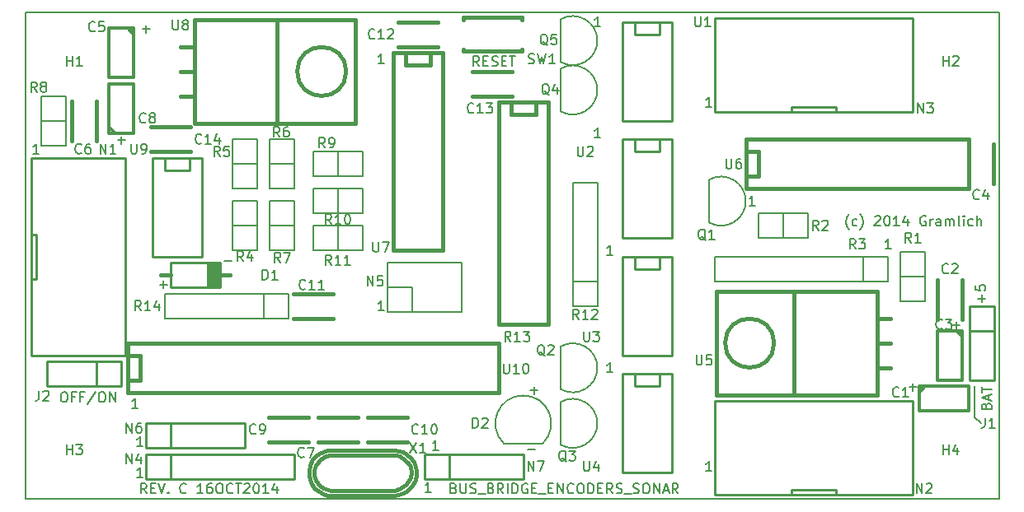
<source format=gto>
%FSLAX36Y36*%
G04 Gerber Fmt 3.6, Leading zero omitted, Abs format (unit inch)*
G04 Created by KiCad (PCBNEW (2014-jul-16 BZR unknown)-product) date Thu 16 Oct 2014 07:06:33 PM PDT*
%MOIN*%
G01*
G04 APERTURE LIST*
%ADD10C,0.003937*%
%ADD11C,0.008000*%
%ADD12C,0.012000*%
%ADD13C,0.015000*%
%ADD14C,0.010000*%
%ADD15C,0.005906*%
G04 APERTURE END LIST*
D10*
D11*
X7266495Y-4814533D02*
X7264591Y-4812629D01*
X7260781Y-4806914D01*
X7258876Y-4803105D01*
X7256971Y-4797390D01*
X7255067Y-4787867D01*
X7255067Y-4780248D01*
X7256971Y-4770724D01*
X7258876Y-4765010D01*
X7260781Y-4761200D01*
X7264591Y-4755486D01*
X7266495Y-4753581D01*
X7298876Y-4797390D02*
X7295067Y-4799295D01*
X7287448Y-4799295D01*
X7283638Y-4797390D01*
X7281733Y-4795486D01*
X7279829Y-4791676D01*
X7279829Y-4780248D01*
X7281733Y-4776438D01*
X7283638Y-4774533D01*
X7287448Y-4772629D01*
X7295067Y-4772629D01*
X7298876Y-4774533D01*
X7312210Y-4814533D02*
X7314114Y-4812629D01*
X7317924Y-4806914D01*
X7319829Y-4803105D01*
X7321733Y-4797390D01*
X7323638Y-4787867D01*
X7323638Y-4780248D01*
X7321733Y-4770724D01*
X7319829Y-4765010D01*
X7317924Y-4761200D01*
X7314114Y-4755486D01*
X7312210Y-4753581D01*
X7371257Y-4763105D02*
X7373162Y-4761200D01*
X7376971Y-4759295D01*
X7386495Y-4759295D01*
X7390305Y-4761200D01*
X7392210Y-4763105D01*
X7394114Y-4766914D01*
X7394114Y-4770724D01*
X7392210Y-4776438D01*
X7369352Y-4799295D01*
X7394114Y-4799295D01*
X7418876Y-4759295D02*
X7422686Y-4759295D01*
X7426495Y-4761200D01*
X7428400Y-4763105D01*
X7430305Y-4766914D01*
X7432210Y-4774533D01*
X7432210Y-4784057D01*
X7430305Y-4791676D01*
X7428400Y-4795486D01*
X7426495Y-4797390D01*
X7422686Y-4799295D01*
X7418876Y-4799295D01*
X7415067Y-4797390D01*
X7413162Y-4795486D01*
X7411257Y-4791676D01*
X7409352Y-4784057D01*
X7409352Y-4774533D01*
X7411257Y-4766914D01*
X7413162Y-4763105D01*
X7415067Y-4761200D01*
X7418876Y-4759295D01*
X7470305Y-4799295D02*
X7447448Y-4799295D01*
X7458876Y-4799295D02*
X7458876Y-4759295D01*
X7455067Y-4765010D01*
X7451257Y-4768819D01*
X7447448Y-4770724D01*
X7504590Y-4772629D02*
X7504590Y-4799295D01*
X7495067Y-4757390D02*
X7485543Y-4785962D01*
X7510305Y-4785962D01*
X7576971Y-4761200D02*
X7573162Y-4759295D01*
X7567448Y-4759295D01*
X7561733Y-4761200D01*
X7557924Y-4765010D01*
X7556019Y-4768819D01*
X7554114Y-4776438D01*
X7554114Y-4782152D01*
X7556019Y-4789771D01*
X7557924Y-4793581D01*
X7561733Y-4797390D01*
X7567448Y-4799295D01*
X7571257Y-4799295D01*
X7576971Y-4797390D01*
X7578876Y-4795486D01*
X7578876Y-4782152D01*
X7571257Y-4782152D01*
X7596019Y-4799295D02*
X7596019Y-4772629D01*
X7596019Y-4780248D02*
X7597924Y-4776438D01*
X7599829Y-4774533D01*
X7603638Y-4772629D01*
X7607448Y-4772629D01*
X7637924Y-4799295D02*
X7637924Y-4778343D01*
X7636019Y-4774533D01*
X7632209Y-4772629D01*
X7624590Y-4772629D01*
X7620781Y-4774533D01*
X7637924Y-4797390D02*
X7634114Y-4799295D01*
X7624590Y-4799295D01*
X7620781Y-4797390D01*
X7618876Y-4793581D01*
X7618876Y-4789771D01*
X7620781Y-4785962D01*
X7624590Y-4784057D01*
X7634114Y-4784057D01*
X7637924Y-4782152D01*
X7656971Y-4799295D02*
X7656971Y-4772629D01*
X7656971Y-4776438D02*
X7658876Y-4774533D01*
X7662686Y-4772629D01*
X7668400Y-4772629D01*
X7672209Y-4774533D01*
X7674114Y-4778343D01*
X7674114Y-4799295D01*
X7674114Y-4778343D02*
X7676019Y-4774533D01*
X7679829Y-4772629D01*
X7685543Y-4772629D01*
X7689352Y-4774533D01*
X7691257Y-4778343D01*
X7691257Y-4799295D01*
X7716019Y-4799295D02*
X7712210Y-4797390D01*
X7710305Y-4793581D01*
X7710305Y-4759295D01*
X7731257Y-4799295D02*
X7731257Y-4772629D01*
X7731257Y-4759295D02*
X7729352Y-4761200D01*
X7731257Y-4763105D01*
X7733162Y-4761200D01*
X7731257Y-4759295D01*
X7731257Y-4763105D01*
X7767448Y-4797390D02*
X7763638Y-4799295D01*
X7756019Y-4799295D01*
X7752210Y-4797390D01*
X7750305Y-4795486D01*
X7748400Y-4791676D01*
X7748400Y-4780248D01*
X7750305Y-4776438D01*
X7752210Y-4774533D01*
X7756019Y-4772629D01*
X7763638Y-4772629D01*
X7767448Y-4774533D01*
X7784590Y-4799295D02*
X7784590Y-4759295D01*
X7801733Y-4799295D02*
X7801733Y-4778343D01*
X7799829Y-4774533D01*
X7796019Y-4772629D01*
X7790305Y-4772629D01*
X7786495Y-4774533D01*
X7784590Y-4776438D01*
X4426667Y-5883095D02*
X4413333Y-5864048D01*
X4403810Y-5883095D02*
X4403810Y-5843095D01*
X4419048Y-5843095D01*
X4422857Y-5845000D01*
X4424762Y-5846905D01*
X4426667Y-5850714D01*
X4426667Y-5856429D01*
X4424762Y-5860238D01*
X4422857Y-5862143D01*
X4419048Y-5864048D01*
X4403810Y-5864048D01*
X4443810Y-5862143D02*
X4457143Y-5862143D01*
X4462857Y-5883095D02*
X4443810Y-5883095D01*
X4443810Y-5843095D01*
X4462857Y-5843095D01*
X4474286Y-5843095D02*
X4487619Y-5883095D01*
X4500952Y-5843095D01*
X4514286Y-5879286D02*
X4516191Y-5881190D01*
X4514286Y-5883095D01*
X4512381Y-5881190D01*
X4514286Y-5879286D01*
X4514286Y-5883095D01*
X4586667Y-5879286D02*
X4584762Y-5881190D01*
X4579048Y-5883095D01*
X4575238Y-5883095D01*
X4569524Y-5881190D01*
X4565714Y-5877381D01*
X4563810Y-5873571D01*
X4561905Y-5865952D01*
X4561905Y-5860238D01*
X4563810Y-5852619D01*
X4565714Y-5848810D01*
X4569524Y-5845000D01*
X4575238Y-5843095D01*
X4579048Y-5843095D01*
X4584762Y-5845000D01*
X4586667Y-5846905D01*
X4655238Y-5883095D02*
X4632381Y-5883095D01*
X4643810Y-5883095D02*
X4643810Y-5843095D01*
X4640000Y-5848810D01*
X4636191Y-5852619D01*
X4632381Y-5854524D01*
X4689524Y-5843095D02*
X4681905Y-5843095D01*
X4678095Y-5845000D01*
X4676191Y-5846905D01*
X4672381Y-5852619D01*
X4670476Y-5860238D01*
X4670476Y-5875476D01*
X4672381Y-5879286D01*
X4674286Y-5881190D01*
X4678095Y-5883095D01*
X4685714Y-5883095D01*
X4689524Y-5881190D01*
X4691429Y-5879286D01*
X4693333Y-5875476D01*
X4693333Y-5865952D01*
X4691429Y-5862143D01*
X4689524Y-5860238D01*
X4685714Y-5858333D01*
X4678095Y-5858333D01*
X4674286Y-5860238D01*
X4672381Y-5862143D01*
X4670476Y-5865952D01*
X4718095Y-5843095D02*
X4725714Y-5843095D01*
X4729524Y-5845000D01*
X4733333Y-5848810D01*
X4735238Y-5856429D01*
X4735238Y-5869762D01*
X4733333Y-5877381D01*
X4729524Y-5881190D01*
X4725714Y-5883095D01*
X4718095Y-5883095D01*
X4714286Y-5881190D01*
X4710476Y-5877381D01*
X4708571Y-5869762D01*
X4708571Y-5856429D01*
X4710476Y-5848810D01*
X4714286Y-5845000D01*
X4718095Y-5843095D01*
X4775238Y-5879286D02*
X4773333Y-5881190D01*
X4767619Y-5883095D01*
X4763810Y-5883095D01*
X4758095Y-5881190D01*
X4754286Y-5877381D01*
X4752381Y-5873571D01*
X4750476Y-5865952D01*
X4750476Y-5860238D01*
X4752381Y-5852619D01*
X4754286Y-5848810D01*
X4758095Y-5845000D01*
X4763810Y-5843095D01*
X4767619Y-5843095D01*
X4773333Y-5845000D01*
X4775238Y-5846905D01*
X4786667Y-5843095D02*
X4809524Y-5843095D01*
X4798095Y-5883095D02*
X4798095Y-5843095D01*
X4820952Y-5846905D02*
X4822857Y-5845000D01*
X4826667Y-5843095D01*
X4836190Y-5843095D01*
X4840000Y-5845000D01*
X4841905Y-5846905D01*
X4843810Y-5850714D01*
X4843810Y-5854524D01*
X4841905Y-5860238D01*
X4819048Y-5883095D01*
X4843810Y-5883095D01*
X4868571Y-5843095D02*
X4872381Y-5843095D01*
X4876190Y-5845000D01*
X4878095Y-5846905D01*
X4880000Y-5850714D01*
X4881905Y-5858333D01*
X4881905Y-5867857D01*
X4880000Y-5875476D01*
X4878095Y-5879286D01*
X4876190Y-5881190D01*
X4872381Y-5883095D01*
X4868571Y-5883095D01*
X4864762Y-5881190D01*
X4862857Y-5879286D01*
X4860952Y-5875476D01*
X4859048Y-5867857D01*
X4859048Y-5858333D01*
X4860952Y-5850714D01*
X4862857Y-5846905D01*
X4864762Y-5845000D01*
X4868571Y-5843095D01*
X4920000Y-5883095D02*
X4897143Y-5883095D01*
X4908571Y-5883095D02*
X4908571Y-5843095D01*
X4904762Y-5848810D01*
X4900952Y-5852619D01*
X4897143Y-5854524D01*
X4954286Y-5856429D02*
X4954286Y-5883095D01*
X4944762Y-5841190D02*
X4935238Y-5869762D01*
X4960000Y-5869762D01*
X4391429Y-5538095D02*
X4368571Y-5538095D01*
X4380000Y-5538095D02*
X4380000Y-5498095D01*
X4376191Y-5503810D01*
X4372381Y-5507619D01*
X4368571Y-5509524D01*
X5386429Y-4143095D02*
X5363571Y-4143095D01*
X5375000Y-4143095D02*
X5375000Y-4103095D01*
X5371191Y-4108810D01*
X5367381Y-4112619D01*
X5363571Y-4114524D01*
X6711429Y-5793095D02*
X6688571Y-5793095D01*
X6700000Y-5793095D02*
X6700000Y-5753095D01*
X6696191Y-5758810D01*
X6692381Y-5762619D01*
X6688571Y-5764524D01*
X7436429Y-4893095D02*
X7413571Y-4893095D01*
X7425000Y-4893095D02*
X7425000Y-4853095D01*
X7421191Y-4858810D01*
X7417381Y-4862619D01*
X7413571Y-4864524D01*
X6311429Y-5393095D02*
X6288571Y-5393095D01*
X6300000Y-5393095D02*
X6300000Y-5353095D01*
X6296191Y-5358810D01*
X6292381Y-5362619D01*
X6288571Y-5364524D01*
X6311429Y-4918095D02*
X6288571Y-4918095D01*
X6300000Y-4918095D02*
X6300000Y-4878095D01*
X6296191Y-4883810D01*
X6292381Y-4887619D01*
X6288571Y-4889524D01*
X6261429Y-4443095D02*
X6238571Y-4443095D01*
X6250000Y-4443095D02*
X6250000Y-4403095D01*
X6246191Y-4408810D01*
X6242381Y-4412619D01*
X6238571Y-4414524D01*
X6261429Y-3993095D02*
X6238571Y-3993095D01*
X6250000Y-3993095D02*
X6250000Y-3953095D01*
X6246191Y-3958810D01*
X6242381Y-3962619D01*
X6238571Y-3964524D01*
X6886429Y-4718095D02*
X6863571Y-4718095D01*
X6875000Y-4718095D02*
X6875000Y-4678095D01*
X6871191Y-4683810D01*
X6867381Y-4687619D01*
X6863571Y-4689524D01*
X5576429Y-5878095D02*
X5553571Y-5878095D01*
X5565000Y-5878095D02*
X5565000Y-5838095D01*
X5561191Y-5843810D01*
X5557381Y-5847619D01*
X5553571Y-5849524D01*
X4411429Y-5693095D02*
X4388571Y-5693095D01*
X4400000Y-5693095D02*
X4400000Y-5653095D01*
X4396191Y-5658810D01*
X4392381Y-5662619D01*
X4388571Y-5664524D01*
X7775000Y-5575000D02*
X7800000Y-5600000D01*
X7775000Y-5450000D02*
X7775000Y-5575000D01*
X7775000Y-5575000D02*
X7775000Y-5450000D01*
X7715238Y-5202857D02*
X7684762Y-5202857D01*
X7700000Y-5218095D02*
X7700000Y-5187619D01*
X5771905Y-4153095D02*
X5758571Y-4134048D01*
X5749048Y-4153095D02*
X5749048Y-4113095D01*
X5764286Y-4113095D01*
X5768095Y-4115000D01*
X5770000Y-4116905D01*
X5771905Y-4120714D01*
X5771905Y-4126429D01*
X5770000Y-4130238D01*
X5768095Y-4132143D01*
X5764286Y-4134048D01*
X5749048Y-4134048D01*
X5789048Y-4132143D02*
X5802381Y-4132143D01*
X5808095Y-4153095D02*
X5789048Y-4153095D01*
X5789048Y-4113095D01*
X5808095Y-4113095D01*
X5823333Y-4151190D02*
X5829048Y-4153095D01*
X5838571Y-4153095D01*
X5842381Y-4151190D01*
X5844286Y-4149286D01*
X5846190Y-4145476D01*
X5846190Y-4141667D01*
X5844286Y-4137857D01*
X5842381Y-4135952D01*
X5838571Y-4134048D01*
X5830952Y-4132143D01*
X5827143Y-4130238D01*
X5825238Y-4128333D01*
X5823333Y-4124524D01*
X5823333Y-4120714D01*
X5825238Y-4116905D01*
X5827143Y-4115000D01*
X5830952Y-4113095D01*
X5840476Y-4113095D01*
X5846190Y-4115000D01*
X5863333Y-4132143D02*
X5876667Y-4132143D01*
X5882381Y-4153095D02*
X5863333Y-4153095D01*
X5863333Y-4113095D01*
X5882381Y-4113095D01*
X5893810Y-4113095D02*
X5916667Y-4113095D01*
X5905238Y-4153095D02*
X5905238Y-4113095D01*
X3937008Y-5905512D02*
X3937008Y-3937008D01*
X7874016Y-5905512D02*
X3937008Y-5905512D01*
X7874016Y-3937008D02*
X7874016Y-5905512D01*
X3937008Y-3937008D02*
X7874016Y-3937008D01*
X5669286Y-5862143D02*
X5675000Y-5864048D01*
X5676905Y-5865952D01*
X5678810Y-5869762D01*
X5678810Y-5875476D01*
X5676905Y-5879286D01*
X5675000Y-5881190D01*
X5671190Y-5883095D01*
X5655952Y-5883095D01*
X5655952Y-5843095D01*
X5669286Y-5843095D01*
X5673095Y-5845000D01*
X5675000Y-5846905D01*
X5676905Y-5850714D01*
X5676905Y-5854524D01*
X5675000Y-5858333D01*
X5673095Y-5860238D01*
X5669286Y-5862143D01*
X5655952Y-5862143D01*
X5695952Y-5843095D02*
X5695952Y-5875476D01*
X5697857Y-5879286D01*
X5699762Y-5881190D01*
X5703571Y-5883095D01*
X5711190Y-5883095D01*
X5715000Y-5881190D01*
X5716905Y-5879286D01*
X5718810Y-5875476D01*
X5718810Y-5843095D01*
X5735952Y-5881190D02*
X5741667Y-5883095D01*
X5751190Y-5883095D01*
X5755000Y-5881190D01*
X5756905Y-5879286D01*
X5758810Y-5875476D01*
X5758810Y-5871667D01*
X5756905Y-5867857D01*
X5755000Y-5865952D01*
X5751190Y-5864048D01*
X5743571Y-5862143D01*
X5739762Y-5860238D01*
X5737857Y-5858333D01*
X5735952Y-5854524D01*
X5735952Y-5850714D01*
X5737857Y-5846905D01*
X5739762Y-5845000D01*
X5743571Y-5843095D01*
X5753095Y-5843095D01*
X5758810Y-5845000D01*
X5766429Y-5886905D02*
X5796905Y-5886905D01*
X5819762Y-5862143D02*
X5825476Y-5864048D01*
X5827381Y-5865952D01*
X5829286Y-5869762D01*
X5829286Y-5875476D01*
X5827381Y-5879286D01*
X5825476Y-5881190D01*
X5821667Y-5883095D01*
X5806429Y-5883095D01*
X5806429Y-5843095D01*
X5819762Y-5843095D01*
X5823571Y-5845000D01*
X5825476Y-5846905D01*
X5827381Y-5850714D01*
X5827381Y-5854524D01*
X5825476Y-5858333D01*
X5823571Y-5860238D01*
X5819762Y-5862143D01*
X5806429Y-5862143D01*
X5869286Y-5883095D02*
X5855952Y-5864048D01*
X5846429Y-5883095D02*
X5846429Y-5843095D01*
X5861667Y-5843095D01*
X5865476Y-5845000D01*
X5867381Y-5846905D01*
X5869286Y-5850714D01*
X5869286Y-5856429D01*
X5867381Y-5860238D01*
X5865476Y-5862143D01*
X5861667Y-5864048D01*
X5846429Y-5864048D01*
X5886429Y-5883095D02*
X5886429Y-5843095D01*
X5905476Y-5883095D02*
X5905476Y-5843095D01*
X5915000Y-5843095D01*
X5920714Y-5845000D01*
X5924524Y-5848810D01*
X5926429Y-5852619D01*
X5928333Y-5860238D01*
X5928333Y-5865952D01*
X5926429Y-5873571D01*
X5924524Y-5877381D01*
X5920714Y-5881190D01*
X5915000Y-5883095D01*
X5905476Y-5883095D01*
X5966429Y-5845000D02*
X5962619Y-5843095D01*
X5956905Y-5843095D01*
X5951191Y-5845000D01*
X5947381Y-5848810D01*
X5945476Y-5852619D01*
X5943571Y-5860238D01*
X5943571Y-5865952D01*
X5945476Y-5873571D01*
X5947381Y-5877381D01*
X5951191Y-5881190D01*
X5956905Y-5883095D01*
X5960714Y-5883095D01*
X5966429Y-5881190D01*
X5968333Y-5879286D01*
X5968333Y-5865952D01*
X5960714Y-5865952D01*
X5985476Y-5862143D02*
X5998810Y-5862143D01*
X6004524Y-5883095D02*
X5985476Y-5883095D01*
X5985476Y-5843095D01*
X6004524Y-5843095D01*
X6012143Y-5886905D02*
X6042619Y-5886905D01*
X6052143Y-5862143D02*
X6065476Y-5862143D01*
X6071190Y-5883095D02*
X6052143Y-5883095D01*
X6052143Y-5843095D01*
X6071190Y-5843095D01*
X6088333Y-5883095D02*
X6088333Y-5843095D01*
X6111190Y-5883095D01*
X6111190Y-5843095D01*
X6153095Y-5879286D02*
X6151190Y-5881190D01*
X6145476Y-5883095D01*
X6141667Y-5883095D01*
X6135952Y-5881190D01*
X6132143Y-5877381D01*
X6130238Y-5873571D01*
X6128333Y-5865952D01*
X6128333Y-5860238D01*
X6130238Y-5852619D01*
X6132143Y-5848810D01*
X6135952Y-5845000D01*
X6141667Y-5843095D01*
X6145476Y-5843095D01*
X6151190Y-5845000D01*
X6153095Y-5846905D01*
X6177857Y-5843095D02*
X6185476Y-5843095D01*
X6189286Y-5845000D01*
X6193095Y-5848810D01*
X6195000Y-5856429D01*
X6195000Y-5869762D01*
X6193095Y-5877381D01*
X6189286Y-5881190D01*
X6185476Y-5883095D01*
X6177857Y-5883095D01*
X6174048Y-5881190D01*
X6170238Y-5877381D01*
X6168333Y-5869762D01*
X6168333Y-5856429D01*
X6170238Y-5848810D01*
X6174048Y-5845000D01*
X6177857Y-5843095D01*
X6212143Y-5883095D02*
X6212143Y-5843095D01*
X6221667Y-5843095D01*
X6227381Y-5845000D01*
X6231190Y-5848810D01*
X6233095Y-5852619D01*
X6235000Y-5860238D01*
X6235000Y-5865952D01*
X6233095Y-5873571D01*
X6231190Y-5877381D01*
X6227381Y-5881190D01*
X6221667Y-5883095D01*
X6212143Y-5883095D01*
X6252143Y-5862143D02*
X6265476Y-5862143D01*
X6271190Y-5883095D02*
X6252143Y-5883095D01*
X6252143Y-5843095D01*
X6271190Y-5843095D01*
X6311190Y-5883095D02*
X6297857Y-5864048D01*
X6288333Y-5883095D02*
X6288333Y-5843095D01*
X6303571Y-5843095D01*
X6307381Y-5845000D01*
X6309286Y-5846905D01*
X6311190Y-5850714D01*
X6311190Y-5856429D01*
X6309286Y-5860238D01*
X6307381Y-5862143D01*
X6303571Y-5864048D01*
X6288333Y-5864048D01*
X6326429Y-5881190D02*
X6332143Y-5883095D01*
X6341667Y-5883095D01*
X6345476Y-5881190D01*
X6347381Y-5879286D01*
X6349286Y-5875476D01*
X6349286Y-5871667D01*
X6347381Y-5867857D01*
X6345476Y-5865952D01*
X6341667Y-5864048D01*
X6334048Y-5862143D01*
X6330238Y-5860238D01*
X6328333Y-5858333D01*
X6326429Y-5854524D01*
X6326429Y-5850714D01*
X6328333Y-5846905D01*
X6330238Y-5845000D01*
X6334048Y-5843095D01*
X6343571Y-5843095D01*
X6349286Y-5845000D01*
X6356905Y-5886905D02*
X6387381Y-5886905D01*
X6395000Y-5881190D02*
X6400714Y-5883095D01*
X6410238Y-5883095D01*
X6414048Y-5881190D01*
X6415952Y-5879286D01*
X6417857Y-5875476D01*
X6417857Y-5871667D01*
X6415952Y-5867857D01*
X6414048Y-5865952D01*
X6410238Y-5864048D01*
X6402619Y-5862143D01*
X6398810Y-5860238D01*
X6396905Y-5858333D01*
X6395000Y-5854524D01*
X6395000Y-5850714D01*
X6396905Y-5846905D01*
X6398810Y-5845000D01*
X6402619Y-5843095D01*
X6412143Y-5843095D01*
X6417857Y-5845000D01*
X6442619Y-5843095D02*
X6450238Y-5843095D01*
X6454048Y-5845000D01*
X6457857Y-5848810D01*
X6459762Y-5856429D01*
X6459762Y-5869762D01*
X6457857Y-5877381D01*
X6454048Y-5881190D01*
X6450238Y-5883095D01*
X6442619Y-5883095D01*
X6438810Y-5881190D01*
X6435000Y-5877381D01*
X6433095Y-5869762D01*
X6433095Y-5856429D01*
X6435000Y-5848810D01*
X6438810Y-5845000D01*
X6442619Y-5843095D01*
X6476905Y-5883095D02*
X6476905Y-5843095D01*
X6499762Y-5883095D01*
X6499762Y-5843095D01*
X6516905Y-5871667D02*
X6535952Y-5871667D01*
X6513095Y-5883095D02*
X6526429Y-5843095D01*
X6539762Y-5883095D01*
X6575952Y-5883095D02*
X6562619Y-5864048D01*
X6553095Y-5883095D02*
X6553095Y-5843095D01*
X6568333Y-5843095D01*
X6572143Y-5845000D01*
X6574048Y-5846905D01*
X6575952Y-5850714D01*
X6575952Y-5856429D01*
X6574048Y-5860238D01*
X6572143Y-5862143D01*
X6568333Y-5864048D01*
X6553095Y-5864048D01*
X3991429Y-4508095D02*
X3968571Y-4508095D01*
X3980000Y-4508095D02*
X3980000Y-4468095D01*
X3976191Y-4473810D01*
X3972381Y-4477619D01*
X3968571Y-4479524D01*
X5386429Y-5143095D02*
X5363571Y-5143095D01*
X5375000Y-5143095D02*
X5375000Y-5103095D01*
X5371191Y-5108810D01*
X5367381Y-5112619D01*
X5363571Y-5114524D01*
X4090048Y-5473695D02*
X4097667Y-5473695D01*
X4101476Y-5475600D01*
X4105286Y-5479410D01*
X4107190Y-5487029D01*
X4107190Y-5500362D01*
X4105286Y-5507981D01*
X4101476Y-5511790D01*
X4097667Y-5513695D01*
X4090048Y-5513695D01*
X4086238Y-5511790D01*
X4082429Y-5507981D01*
X4080524Y-5500362D01*
X4080524Y-5487029D01*
X4082429Y-5479410D01*
X4086238Y-5475600D01*
X4090048Y-5473695D01*
X4137667Y-5492743D02*
X4124333Y-5492743D01*
X4124333Y-5513695D02*
X4124333Y-5473695D01*
X4143381Y-5473695D01*
X4171952Y-5492743D02*
X4158619Y-5492743D01*
X4158619Y-5513695D02*
X4158619Y-5473695D01*
X4177667Y-5473695D01*
X4221476Y-5471790D02*
X4187190Y-5523219D01*
X4242429Y-5473695D02*
X4250048Y-5473695D01*
X4253857Y-5475600D01*
X4257667Y-5479410D01*
X4259571Y-5487029D01*
X4259571Y-5500362D01*
X4257667Y-5507981D01*
X4253857Y-5511790D01*
X4250048Y-5513695D01*
X4242429Y-5513695D01*
X4238619Y-5511790D01*
X4234810Y-5507981D01*
X4232905Y-5500362D01*
X4232905Y-5487029D01*
X4234810Y-5479410D01*
X4238619Y-5475600D01*
X4242429Y-5473695D01*
X4276714Y-5513695D02*
X4276714Y-5473695D01*
X4299571Y-5513695D01*
X4299571Y-5473695D01*
X5606429Y-5708095D02*
X5583571Y-5708095D01*
X5595000Y-5708095D02*
X5595000Y-5668095D01*
X5591191Y-5673810D01*
X5587381Y-5677619D01*
X5583571Y-5679524D01*
X6711429Y-4318095D02*
X6688571Y-4318095D01*
X6700000Y-4318095D02*
X6700000Y-4278095D01*
X6696191Y-4283810D01*
X6692381Y-4287619D01*
X6688571Y-4289524D01*
X4411429Y-5818095D02*
X4388571Y-5818095D01*
X4400000Y-5818095D02*
X4400000Y-5778095D01*
X4396191Y-5783810D01*
X4392381Y-5787619D01*
X4388571Y-5789524D01*
X7822143Y-5529524D02*
X7824048Y-5523810D01*
X7825952Y-5521905D01*
X7829762Y-5520000D01*
X7835476Y-5520000D01*
X7839286Y-5521905D01*
X7841190Y-5523810D01*
X7843095Y-5527619D01*
X7843095Y-5542857D01*
X7803095Y-5542857D01*
X7803095Y-5529524D01*
X7805000Y-5525714D01*
X7806905Y-5523810D01*
X7810714Y-5521905D01*
X7814524Y-5521905D01*
X7818333Y-5523810D01*
X7820238Y-5525714D01*
X7822143Y-5529524D01*
X7822143Y-5542857D01*
X7831667Y-5504762D02*
X7831667Y-5485714D01*
X7843095Y-5508571D02*
X7803095Y-5495238D01*
X7843095Y-5481905D01*
X7803095Y-5474286D02*
X7803095Y-5451429D01*
X7843095Y-5462857D02*
X7803095Y-5462857D01*
X7802857Y-5109286D02*
X7802857Y-5078810D01*
X7818095Y-5094048D02*
X7787619Y-5094048D01*
X7778095Y-5040714D02*
X7778095Y-5059762D01*
X7797143Y-5061667D01*
X7795238Y-5059762D01*
X7793333Y-5055952D01*
X7793333Y-5046429D01*
X7795238Y-5042619D01*
X7797143Y-5040714D01*
X7800952Y-5038810D01*
X7810476Y-5038810D01*
X7814286Y-5040714D01*
X7816190Y-5042619D01*
X7818095Y-5046429D01*
X7818095Y-5055952D01*
X7816190Y-5059762D01*
X7814286Y-5061667D01*
X7540238Y-5452857D02*
X7509762Y-5452857D01*
X7525000Y-5468095D02*
X7525000Y-5437619D01*
X4440238Y-4002857D02*
X4409762Y-4002857D01*
X4425000Y-4018095D02*
X4425000Y-3987619D01*
X4340238Y-4452857D02*
X4309762Y-4452857D01*
X4325000Y-4468095D02*
X4325000Y-4437619D01*
D12*
X4375000Y-4002000D02*
X4375000Y-4200000D01*
X4375000Y-4200000D02*
X4275000Y-4200000D01*
X4275000Y-4200000D02*
X4275000Y-4000000D01*
X4275000Y-4000000D02*
X4375000Y-4000000D01*
X4350000Y-4000000D02*
X4375000Y-4025000D01*
D13*
X4125000Y-4295000D02*
X4125000Y-4455000D01*
X4225000Y-4455000D02*
X4225000Y-4295000D01*
D12*
X4275000Y-4423000D02*
X4275000Y-4225000D01*
X4275000Y-4225000D02*
X4375000Y-4225000D01*
X4375000Y-4225000D02*
X4375000Y-4425000D01*
X4375000Y-4425000D02*
X4275000Y-4425000D01*
X4300000Y-4425000D02*
X4275000Y-4400000D01*
D13*
X5080000Y-5575000D02*
X4920000Y-5575000D01*
X4920000Y-5675000D02*
X5080000Y-5675000D01*
X4525000Y-5000000D02*
X4485000Y-5000000D01*
X4715000Y-5000000D02*
X4765000Y-5000000D01*
D14*
X4705000Y-4950000D02*
X4705000Y-5050000D01*
X4695000Y-4950000D02*
X4695000Y-5050000D01*
X4685000Y-4950000D02*
X4685000Y-5050000D01*
X4715000Y-4950000D02*
X4715000Y-5050000D01*
X4675000Y-4950000D02*
X4725000Y-5050000D01*
X4725000Y-4950000D02*
X4675000Y-5050000D01*
X4675000Y-4950000D02*
X4675000Y-5050000D01*
X4700000Y-4950000D02*
X4700000Y-5050000D01*
X4725000Y-5050000D02*
X4725000Y-4950000D01*
X4725000Y-4950000D02*
X4525000Y-4950000D01*
X4525000Y-4950000D02*
X4525000Y-5050000D01*
X4525000Y-5050000D02*
X4725000Y-5050000D01*
X7755000Y-5225000D02*
X7755000Y-5425000D01*
X7755000Y-5425000D02*
X7855000Y-5425000D01*
X7855000Y-5425000D02*
X7855000Y-5225000D01*
X7855000Y-5125000D02*
X7855000Y-5225000D01*
X7855000Y-5225000D02*
X7755000Y-5225000D01*
X7855000Y-5125000D02*
X7755000Y-5125000D01*
X7755000Y-5125000D02*
X7755000Y-5225000D01*
X4225000Y-5350000D02*
X4025000Y-5350000D01*
X4025000Y-5350000D02*
X4025000Y-5450000D01*
X4025000Y-5450000D02*
X4225000Y-5450000D01*
X4325000Y-5450000D02*
X4225000Y-5450000D01*
X4225000Y-5450000D02*
X4225000Y-5350000D01*
X4325000Y-5450000D02*
X4325000Y-5350000D01*
X4325000Y-5350000D02*
X4225000Y-5350000D01*
X3960000Y-5015000D02*
X3980000Y-5015000D01*
X3980000Y-5015000D02*
X3980000Y-4835000D01*
X3980000Y-4835000D02*
X3960000Y-4835000D01*
X4340000Y-4525000D02*
X4340000Y-5325000D01*
X4340000Y-5325000D02*
X3960000Y-5325000D01*
X3960000Y-5325000D02*
X3960000Y-4525000D01*
X3960000Y-4525000D02*
X4340000Y-4525000D01*
X5650000Y-5825000D02*
X5950000Y-5825000D01*
X5650000Y-5725000D02*
X5950000Y-5725000D01*
X5550000Y-5725000D02*
X5650000Y-5725000D01*
X5950000Y-5825000D02*
X5950000Y-5725000D01*
X5650000Y-5725000D02*
X5650000Y-5825000D01*
X5550000Y-5725000D02*
X5550000Y-5825000D01*
X5550000Y-5825000D02*
X5650000Y-5825000D01*
D13*
X5706900Y-3956100D02*
X5706900Y-3965900D01*
X5943100Y-3956100D02*
X5943100Y-3965900D01*
X5706900Y-4093900D02*
X5706900Y-4084100D01*
X5943100Y-4093900D02*
X5943100Y-4084100D01*
X5943100Y-3956100D02*
X5706900Y-3956100D01*
X5943100Y-4093900D02*
X5706900Y-4093900D01*
D14*
X6500000Y-4450000D02*
X6500000Y-4500000D01*
X6500000Y-4500000D02*
X6400000Y-4500000D01*
X6400000Y-4500000D02*
X6400000Y-4450000D01*
X6550000Y-4450000D02*
X6550000Y-4850000D01*
X6550000Y-4850000D02*
X6350000Y-4850000D01*
X6350000Y-4850000D02*
X6350000Y-4450000D01*
X6350000Y-4450000D02*
X6550000Y-4450000D01*
X6500000Y-4925000D02*
X6500000Y-4975000D01*
X6500000Y-4975000D02*
X6400000Y-4975000D01*
X6400000Y-4975000D02*
X6400000Y-4925000D01*
X6550000Y-4925000D02*
X6550000Y-5325000D01*
X6550000Y-5325000D02*
X6350000Y-5325000D01*
X6350000Y-5325000D02*
X6350000Y-4925000D01*
X6350000Y-4925000D02*
X6550000Y-4925000D01*
X6500000Y-5400000D02*
X6500000Y-5450000D01*
X6500000Y-5450000D02*
X6400000Y-5450000D01*
X6400000Y-5450000D02*
X6400000Y-5400000D01*
X6550000Y-5400000D02*
X6550000Y-5800000D01*
X6550000Y-5800000D02*
X6350000Y-5800000D01*
X6350000Y-5800000D02*
X6350000Y-5400000D01*
X6350000Y-5400000D02*
X6550000Y-5400000D01*
D13*
X5625000Y-4100000D02*
X5625000Y-4900000D01*
X5425000Y-4900000D02*
X5425000Y-4100000D01*
X5425000Y-4100000D02*
X5625000Y-4100000D01*
X5575000Y-4100000D02*
X5575000Y-4150000D01*
X5575000Y-4150000D02*
X5475000Y-4150000D01*
X5475000Y-4150000D02*
X5475000Y-4100000D01*
X5625000Y-4900000D02*
X5425000Y-4900000D01*
X5485000Y-5760600D02*
X5492900Y-5776400D01*
X5492900Y-5776400D02*
X5496900Y-5800000D01*
X5496900Y-5800000D02*
X5492900Y-5819700D01*
X5492900Y-5819700D02*
X5477200Y-5847200D01*
X5477200Y-5847200D02*
X5453500Y-5863000D01*
X5453500Y-5863000D02*
X5429900Y-5870900D01*
X5429900Y-5870900D02*
X5170100Y-5870900D01*
X5170100Y-5870900D02*
X5142500Y-5863000D01*
X5142500Y-5863000D02*
X5126800Y-5851200D01*
X5126800Y-5851200D02*
X5111000Y-5831500D01*
X5111000Y-5831500D02*
X5103100Y-5807900D01*
X5103100Y-5807900D02*
X5103100Y-5788200D01*
X5103100Y-5788200D02*
X5111000Y-5768500D01*
X5111000Y-5768500D02*
X5130700Y-5744900D01*
X5130700Y-5744900D02*
X5150400Y-5733100D01*
X5150400Y-5733100D02*
X5170100Y-5729100D01*
X5174000Y-5729100D02*
X5433900Y-5729100D01*
X5433900Y-5729100D02*
X5449600Y-5733100D01*
X5449600Y-5733100D02*
X5469300Y-5744900D01*
X5469300Y-5744900D02*
X5489000Y-5764600D01*
X5174400Y-5708300D02*
X5156300Y-5710200D01*
X5156300Y-5710200D02*
X5140600Y-5714600D01*
X5140600Y-5714600D02*
X5123600Y-5723200D01*
X5123600Y-5723200D02*
X5112200Y-5732300D01*
X5112200Y-5732300D02*
X5099200Y-5746100D01*
X5099200Y-5746100D02*
X5087800Y-5767300D01*
X5087800Y-5767300D02*
X5082700Y-5790900D01*
X5082700Y-5790900D02*
X5082700Y-5811000D01*
X5082700Y-5811000D02*
X5089400Y-5838600D01*
X5089400Y-5838600D02*
X5105100Y-5861800D01*
X5105100Y-5861800D02*
X5123200Y-5876400D01*
X5123200Y-5876400D02*
X5139800Y-5884600D01*
X5139800Y-5884600D02*
X5157500Y-5890900D01*
X5157500Y-5890900D02*
X5174800Y-5892100D01*
X5463800Y-5883500D02*
X5478700Y-5874800D01*
X5478700Y-5874800D02*
X5491300Y-5863800D01*
X5491300Y-5863800D02*
X5501200Y-5850800D01*
X5501200Y-5850800D02*
X5513000Y-5829100D01*
X5513000Y-5829100D02*
X5517300Y-5810600D01*
X5517300Y-5810600D02*
X5518100Y-5792500D01*
X5518100Y-5792500D02*
X5514600Y-5774400D01*
X5514600Y-5774400D02*
X5507100Y-5756700D01*
X5507100Y-5756700D02*
X5492900Y-5738200D01*
X5492900Y-5738200D02*
X5479100Y-5725600D01*
X5479100Y-5725600D02*
X5463800Y-5716500D01*
X5463800Y-5716500D02*
X5446900Y-5711000D01*
X5446900Y-5711000D02*
X5429500Y-5708300D01*
X5174000Y-5891700D02*
X5428000Y-5891700D01*
X5428000Y-5891700D02*
X5444500Y-5890200D01*
X5444500Y-5890200D02*
X5463800Y-5883500D01*
X5174000Y-5708300D02*
X5428000Y-5708300D01*
D11*
X5870100Y-5680700D02*
X6028300Y-5680700D01*
X6030000Y-5679900D02*
G75*
G03X5870100Y-5680000I-80000J79900D01*
G74*
G01*
D12*
X7552000Y-5450000D02*
X7750000Y-5450000D01*
X7750000Y-5450000D02*
X7750000Y-5550000D01*
X7750000Y-5550000D02*
X7550000Y-5550000D01*
X7550000Y-5550000D02*
X7550000Y-5450000D01*
X7550000Y-5475000D02*
X7575000Y-5450000D01*
D13*
X7625000Y-5020000D02*
X7625000Y-5180000D01*
X7725000Y-5180000D02*
X7725000Y-5020000D01*
D12*
X7725000Y-5227000D02*
X7725000Y-5425000D01*
X7725000Y-5425000D02*
X7625000Y-5425000D01*
X7625000Y-5425000D02*
X7625000Y-5225000D01*
X7625000Y-5225000D02*
X7725000Y-5225000D01*
X7700000Y-5225000D02*
X7725000Y-5250000D01*
D13*
X7850000Y-4630000D02*
X7850000Y-4470000D01*
X7750000Y-4470000D02*
X7750000Y-4630000D01*
X5120000Y-5675000D02*
X5280000Y-5675000D01*
X5280000Y-5575000D02*
X5120000Y-5575000D01*
X5480000Y-5575000D02*
X5320000Y-5575000D01*
X5320000Y-5675000D02*
X5480000Y-5675000D01*
X5020000Y-5175000D02*
X5180000Y-5175000D01*
X5180000Y-5075000D02*
X5020000Y-5075000D01*
X5605000Y-3975000D02*
X5445000Y-3975000D01*
X5445000Y-4075000D02*
X5605000Y-4075000D01*
X5745000Y-4275000D02*
X5905000Y-4275000D01*
X5905000Y-4175000D02*
X5745000Y-4175000D01*
D14*
X7215000Y-5890000D02*
X7215000Y-5870000D01*
X7215000Y-5870000D02*
X7035000Y-5870000D01*
X7035000Y-5870000D02*
X7035000Y-5890000D01*
X6725000Y-5510000D02*
X7525000Y-5510000D01*
X7525000Y-5510000D02*
X7525000Y-5890000D01*
X7525000Y-5890000D02*
X6725000Y-5890000D01*
X6725000Y-5890000D02*
X6725000Y-5510000D01*
X7215000Y-4340000D02*
X7215000Y-4320000D01*
X7215000Y-4320000D02*
X7035000Y-4320000D01*
X7035000Y-4320000D02*
X7035000Y-4340000D01*
X6725000Y-3960000D02*
X7525000Y-3960000D01*
X7525000Y-3960000D02*
X7525000Y-4340000D01*
X7525000Y-4340000D02*
X6725000Y-4340000D01*
X6725000Y-4340000D02*
X6725000Y-3960000D01*
X4525000Y-5725000D02*
X5025000Y-5725000D01*
X5025000Y-5725000D02*
X5025000Y-5825000D01*
X5025000Y-5825000D02*
X4525000Y-5825000D01*
X4425000Y-5725000D02*
X4525000Y-5725000D01*
X4525000Y-5725000D02*
X4525000Y-5825000D01*
X4425000Y-5725000D02*
X4425000Y-5825000D01*
X4425000Y-5825000D02*
X4525000Y-5825000D01*
D15*
X5400000Y-5050000D02*
X5500000Y-5050000D01*
X5500000Y-5050000D02*
X5500000Y-5150000D01*
X5400000Y-5150000D02*
X5700000Y-5150000D01*
X5700000Y-5150000D02*
X5700000Y-4950000D01*
X5700000Y-4950000D02*
X5500000Y-4950000D01*
X5400000Y-5150000D02*
X5400000Y-5050000D01*
X5400000Y-4950000D02*
X5400000Y-5050000D01*
X5500000Y-4950000D02*
X5400000Y-4950000D01*
D14*
X4525000Y-5700000D02*
X4825000Y-5700000D01*
X4525000Y-5600000D02*
X4825000Y-5600000D01*
X4425000Y-5600000D02*
X4525000Y-5600000D01*
X4825000Y-5700000D02*
X4825000Y-5600000D01*
X4525000Y-5600000D02*
X4525000Y-5700000D01*
X4425000Y-5600000D02*
X4425000Y-5700000D01*
X4425000Y-5700000D02*
X4525000Y-5700000D01*
D15*
X7325000Y-5025000D02*
X6725000Y-5025000D01*
X6725000Y-5025000D02*
X6725000Y-4925000D01*
X6725000Y-4925000D02*
X7325000Y-4925000D01*
X7425000Y-5025000D02*
X7325000Y-5025000D01*
X7325000Y-5025000D02*
X7325000Y-4925000D01*
X7425000Y-5025000D02*
X7425000Y-4925000D01*
X7425000Y-4925000D02*
X7325000Y-4925000D01*
X6150000Y-5025000D02*
X6150000Y-4625000D01*
X6150000Y-4625000D02*
X6250000Y-4625000D01*
X6250000Y-4625000D02*
X6250000Y-5025000D01*
X6150000Y-5125000D02*
X6150000Y-5025000D01*
X6150000Y-5025000D02*
X6250000Y-5025000D01*
X6150000Y-5125000D02*
X6250000Y-5125000D01*
X6250000Y-5125000D02*
X6250000Y-5025000D01*
D13*
X6000000Y-4300000D02*
X6000000Y-4300000D01*
X6000000Y-4300000D02*
X6000000Y-4350000D01*
X6000000Y-4350000D02*
X5900000Y-4350000D01*
X5900000Y-4350000D02*
X5900000Y-4300000D01*
X6050000Y-4300000D02*
X6050000Y-5200000D01*
X6050000Y-5200000D02*
X5850000Y-5200000D01*
X5850000Y-5200000D02*
X5850000Y-4300000D01*
X5850000Y-4300000D02*
X6050000Y-4300000D01*
D15*
X4900000Y-5175000D02*
X4500000Y-5175000D01*
X4500000Y-5175000D02*
X4500000Y-5075000D01*
X4500000Y-5075000D02*
X4900000Y-5075000D01*
X5000000Y-5175000D02*
X4900000Y-5175000D01*
X4900000Y-5175000D02*
X4900000Y-5075000D01*
X5000000Y-5175000D02*
X5000000Y-5075000D01*
X5000000Y-5075000D02*
X4900000Y-5075000D01*
D14*
X6500000Y-3975000D02*
X6500000Y-4025000D01*
X6500000Y-4025000D02*
X6400000Y-4025000D01*
X6400000Y-4025000D02*
X6400000Y-3975000D01*
X6550000Y-3975000D02*
X6550000Y-4375000D01*
X6550000Y-4375000D02*
X6350000Y-4375000D01*
X6350000Y-4375000D02*
X6350000Y-3975000D01*
X6350000Y-3975000D02*
X6550000Y-3975000D01*
D13*
X7380000Y-5375000D02*
X7435000Y-5375000D01*
X7380000Y-5275000D02*
X7435000Y-5275000D01*
X7380000Y-5175000D02*
X7435000Y-5175000D01*
X6963995Y-5275000D02*
G75*
G03X6963995Y-5275000I-98995J0D01*
G74*
G01*
X7045000Y-5065000D02*
X6730000Y-5065000D01*
X6730000Y-5065000D02*
X6730000Y-5485000D01*
X6730000Y-5485000D02*
X7045000Y-5485000D01*
X7380000Y-5065000D02*
X7045000Y-5065000D01*
X7045000Y-5065000D02*
X7045000Y-5485000D01*
X7045000Y-5485000D02*
X7380000Y-5485000D01*
X7380000Y-5275000D02*
X7380000Y-5485000D01*
X7380000Y-5275000D02*
X7380000Y-5065000D01*
X6850000Y-4500000D02*
X6850000Y-4500000D01*
X6850000Y-4500000D02*
X6900000Y-4500000D01*
X6900000Y-4500000D02*
X6900000Y-4600000D01*
X6900000Y-4600000D02*
X6850000Y-4600000D01*
X6850000Y-4450000D02*
X7750000Y-4450000D01*
X7750000Y-4450000D02*
X7750000Y-4650000D01*
X7750000Y-4650000D02*
X6850000Y-4650000D01*
X6850000Y-4650000D02*
X6850000Y-4450000D01*
X4620000Y-4075000D02*
X4565000Y-4075000D01*
X4620000Y-4175000D02*
X4565000Y-4175000D01*
X4620000Y-4275000D02*
X4565000Y-4275000D01*
X5233995Y-4175000D02*
G75*
G03X5233995Y-4175000I-98995J0D01*
G74*
G01*
X4955000Y-4385000D02*
X5270000Y-4385000D01*
X5270000Y-4385000D02*
X5270000Y-3965000D01*
X5270000Y-3965000D02*
X4955000Y-3965000D01*
X4620000Y-4385000D02*
X4955000Y-4385000D01*
X4955000Y-4385000D02*
X4955000Y-3965000D01*
X4955000Y-3965000D02*
X4620000Y-3965000D01*
X4620000Y-4175000D02*
X4620000Y-3965000D01*
X4620000Y-4175000D02*
X4620000Y-4385000D01*
D14*
X4600000Y-4525000D02*
X4600000Y-4575000D01*
X4600000Y-4575000D02*
X4500000Y-4575000D01*
X4500000Y-4575000D02*
X4500000Y-4525000D01*
X4650000Y-4525000D02*
X4650000Y-4925000D01*
X4650000Y-4925000D02*
X4450000Y-4925000D01*
X4450000Y-4925000D02*
X4450000Y-4525000D01*
X4450000Y-4525000D02*
X4650000Y-4525000D01*
D13*
X4350000Y-5275000D02*
X5850000Y-5275000D01*
X5850000Y-5275000D02*
X5850000Y-5475000D01*
X5850000Y-5475000D02*
X4350000Y-5475000D01*
X4350000Y-5475000D02*
X4350000Y-5275000D01*
X4350000Y-5325000D02*
X4400000Y-5325000D01*
X4400000Y-5325000D02*
X4400000Y-5425000D01*
X4400000Y-5425000D02*
X4350000Y-5425000D01*
D15*
X5200000Y-4900000D02*
X5200000Y-4800000D01*
X5300000Y-4900000D02*
X5300000Y-4800000D01*
X5300000Y-4800000D02*
X5200000Y-4800000D01*
X5200000Y-4800000D02*
X5100000Y-4800000D01*
X5100000Y-4800000D02*
X5100000Y-4900000D01*
X5100000Y-4900000D02*
X5300000Y-4900000D01*
X5200000Y-4750000D02*
X5200000Y-4650000D01*
X5300000Y-4750000D02*
X5300000Y-4650000D01*
X5300000Y-4650000D02*
X5200000Y-4650000D01*
X5200000Y-4650000D02*
X5100000Y-4650000D01*
X5100000Y-4650000D02*
X5100000Y-4750000D01*
X5100000Y-4750000D02*
X5300000Y-4750000D01*
X5200000Y-4600000D02*
X5200000Y-4500000D01*
X5300000Y-4600000D02*
X5300000Y-4500000D01*
X5300000Y-4500000D02*
X5200000Y-4500000D01*
X5200000Y-4500000D02*
X5100000Y-4500000D01*
X5100000Y-4500000D02*
X5100000Y-4600000D01*
X5100000Y-4600000D02*
X5300000Y-4600000D01*
X4000000Y-4375000D02*
X4100000Y-4375000D01*
X4000000Y-4475000D02*
X4100000Y-4475000D01*
X4100000Y-4475000D02*
X4100000Y-4375000D01*
X4100000Y-4375000D02*
X4100000Y-4275000D01*
X4100000Y-4275000D02*
X4000000Y-4275000D01*
X4000000Y-4275000D02*
X4000000Y-4475000D01*
X5025000Y-4800000D02*
X4925000Y-4800000D01*
X5025000Y-4700000D02*
X4925000Y-4700000D01*
X4925000Y-4700000D02*
X4925000Y-4800000D01*
X4925000Y-4800000D02*
X4925000Y-4900000D01*
X4925000Y-4900000D02*
X5025000Y-4900000D01*
X5025000Y-4900000D02*
X5025000Y-4700000D01*
X5025000Y-4550000D02*
X4925000Y-4550000D01*
X5025000Y-4450000D02*
X4925000Y-4450000D01*
X4925000Y-4450000D02*
X4925000Y-4550000D01*
X4925000Y-4550000D02*
X4925000Y-4650000D01*
X4925000Y-4650000D02*
X5025000Y-4650000D01*
X5025000Y-4650000D02*
X5025000Y-4450000D01*
X4775000Y-4550000D02*
X4875000Y-4550000D01*
X4775000Y-4650000D02*
X4875000Y-4650000D01*
X4875000Y-4650000D02*
X4875000Y-4550000D01*
X4875000Y-4550000D02*
X4875000Y-4450000D01*
X4875000Y-4450000D02*
X4775000Y-4450000D01*
X4775000Y-4450000D02*
X4775000Y-4650000D01*
X4875000Y-4800000D02*
X4775000Y-4800000D01*
X4875000Y-4700000D02*
X4775000Y-4700000D01*
X4775000Y-4700000D02*
X4775000Y-4800000D01*
X4775000Y-4800000D02*
X4775000Y-4900000D01*
X4775000Y-4900000D02*
X4875000Y-4900000D01*
X4875000Y-4900000D02*
X4875000Y-4700000D01*
X7000000Y-4750000D02*
X7000000Y-4850000D01*
X6900000Y-4750000D02*
X6900000Y-4850000D01*
X6900000Y-4850000D02*
X7000000Y-4850000D01*
X7000000Y-4850000D02*
X7100000Y-4850000D01*
X7100000Y-4850000D02*
X7100000Y-4750000D01*
X7100000Y-4750000D02*
X6900000Y-4750000D01*
X7475000Y-5005000D02*
X7575000Y-5005000D01*
X7475000Y-5105000D02*
X7575000Y-5105000D01*
X7575000Y-5105000D02*
X7575000Y-5005000D01*
X7575000Y-5005000D02*
X7575000Y-4905000D01*
X7575000Y-4905000D02*
X7475000Y-4905000D01*
X7475000Y-4905000D02*
X7475000Y-5105000D01*
D13*
X4445000Y-4500000D02*
X4605000Y-4500000D01*
X4605000Y-4400000D02*
X4445000Y-4400000D01*
D15*
X6100522Y-4136301D02*
G75*
G03X6100000Y-3964000I49478J86301D01*
G74*
G01*
X6100000Y-3964000D02*
X6100000Y-4137000D01*
X6100522Y-4336301D02*
G75*
G03X6100000Y-4164000I49478J86301D01*
G74*
G01*
X6100000Y-4164000D02*
X6100000Y-4337000D01*
X6100522Y-5686301D02*
G75*
G03X6100000Y-5514000I49478J86301D01*
G74*
G01*
X6100000Y-5514000D02*
X6100000Y-5687000D01*
X6100522Y-5461301D02*
G75*
G03X6100000Y-5289000I49478J86301D01*
G74*
G01*
X6100000Y-5289000D02*
X6100000Y-5462000D01*
X6700522Y-4786301D02*
G75*
G03X6700000Y-4614000I49478J86301D01*
G74*
G01*
X6700000Y-4614000D02*
X6700000Y-4787000D01*
D11*
X4218333Y-4009286D02*
X4216429Y-4011190D01*
X4210714Y-4013095D01*
X4206905Y-4013095D01*
X4201191Y-4011190D01*
X4197381Y-4007381D01*
X4195476Y-4003571D01*
X4193571Y-3995952D01*
X4193571Y-3990238D01*
X4195476Y-3982619D01*
X4197381Y-3978810D01*
X4201191Y-3975000D01*
X4206905Y-3973095D01*
X4210714Y-3973095D01*
X4216429Y-3975000D01*
X4218333Y-3976905D01*
X4254524Y-3973095D02*
X4235476Y-3973095D01*
X4233571Y-3992143D01*
X4235476Y-3990238D01*
X4239286Y-3988333D01*
X4248810Y-3988333D01*
X4252619Y-3990238D01*
X4254524Y-3992143D01*
X4256429Y-3995952D01*
X4256429Y-4005476D01*
X4254524Y-4009286D01*
X4252619Y-4011190D01*
X4248810Y-4013095D01*
X4239286Y-4013095D01*
X4235476Y-4011190D01*
X4233571Y-4009286D01*
X4163333Y-4504286D02*
X4161429Y-4506190D01*
X4155714Y-4508095D01*
X4151905Y-4508095D01*
X4146191Y-4506190D01*
X4142381Y-4502381D01*
X4140476Y-4498571D01*
X4138571Y-4490952D01*
X4138571Y-4485238D01*
X4140476Y-4477619D01*
X4142381Y-4473810D01*
X4146191Y-4470000D01*
X4151905Y-4468095D01*
X4155714Y-4468095D01*
X4161429Y-4470000D01*
X4163333Y-4471905D01*
X4197619Y-4468095D02*
X4190000Y-4468095D01*
X4186191Y-4470000D01*
X4184286Y-4471905D01*
X4180476Y-4477619D01*
X4178571Y-4485238D01*
X4178571Y-4500476D01*
X4180476Y-4504286D01*
X4182381Y-4506190D01*
X4186191Y-4508095D01*
X4193810Y-4508095D01*
X4197619Y-4506190D01*
X4199524Y-4504286D01*
X4201429Y-4500476D01*
X4201429Y-4490952D01*
X4199524Y-4487143D01*
X4197619Y-4485238D01*
X4193810Y-4483333D01*
X4186191Y-4483333D01*
X4182381Y-4485238D01*
X4180476Y-4487143D01*
X4178571Y-4490952D01*
X4423333Y-4379286D02*
X4421429Y-4381190D01*
X4415714Y-4383095D01*
X4411905Y-4383095D01*
X4406191Y-4381190D01*
X4402381Y-4377381D01*
X4400476Y-4373571D01*
X4398571Y-4365952D01*
X4398571Y-4360238D01*
X4400476Y-4352619D01*
X4402381Y-4348810D01*
X4406191Y-4345000D01*
X4411905Y-4343095D01*
X4415714Y-4343095D01*
X4421429Y-4345000D01*
X4423333Y-4346905D01*
X4446191Y-4360238D02*
X4442381Y-4358333D01*
X4440476Y-4356429D01*
X4438571Y-4352619D01*
X4438571Y-4350714D01*
X4440476Y-4346905D01*
X4442381Y-4345000D01*
X4446191Y-4343095D01*
X4453810Y-4343095D01*
X4457619Y-4345000D01*
X4459524Y-4346905D01*
X4461429Y-4350714D01*
X4461429Y-4352619D01*
X4459524Y-4356429D01*
X4457619Y-4358333D01*
X4453810Y-4360238D01*
X4446191Y-4360238D01*
X4442381Y-4362143D01*
X4440476Y-4364048D01*
X4438571Y-4367857D01*
X4438571Y-4375476D01*
X4440476Y-4379286D01*
X4442381Y-4381190D01*
X4446191Y-4383095D01*
X4453810Y-4383095D01*
X4457619Y-4381190D01*
X4459524Y-4379286D01*
X4461429Y-4375476D01*
X4461429Y-4367857D01*
X4459524Y-4364048D01*
X4457619Y-4362143D01*
X4453810Y-4360238D01*
X4868333Y-5639286D02*
X4866429Y-5641190D01*
X4860714Y-5643095D01*
X4856905Y-5643095D01*
X4851191Y-5641190D01*
X4847381Y-5637381D01*
X4845476Y-5633571D01*
X4843571Y-5625952D01*
X4843571Y-5620238D01*
X4845476Y-5612619D01*
X4847381Y-5608810D01*
X4851191Y-5605000D01*
X4856905Y-5603095D01*
X4860714Y-5603095D01*
X4866429Y-5605000D01*
X4868333Y-5606905D01*
X4887381Y-5643095D02*
X4895000Y-5643095D01*
X4898810Y-5641190D01*
X4900714Y-5639286D01*
X4904524Y-5633571D01*
X4906429Y-5625952D01*
X4906429Y-5610714D01*
X4904524Y-5606905D01*
X4902619Y-5605000D01*
X4898810Y-5603095D01*
X4891191Y-5603095D01*
X4887381Y-5605000D01*
X4885476Y-5606905D01*
X4883571Y-5610714D01*
X4883571Y-5620238D01*
X4885476Y-5624048D01*
X4887381Y-5625952D01*
X4891191Y-5627857D01*
X4898810Y-5627857D01*
X4902619Y-5625952D01*
X4904524Y-5624048D01*
X4906429Y-5620238D01*
X4895476Y-5018095D02*
X4895476Y-4978095D01*
X4905000Y-4978095D01*
X4910714Y-4980000D01*
X4914524Y-4983810D01*
X4916429Y-4987619D01*
X4918333Y-4995238D01*
X4918333Y-5000952D01*
X4916429Y-5008571D01*
X4914524Y-5012381D01*
X4910714Y-5016190D01*
X4905000Y-5018095D01*
X4895476Y-5018095D01*
X4956429Y-5018095D02*
X4933571Y-5018095D01*
X4945000Y-5018095D02*
X4945000Y-4978095D01*
X4941191Y-4983810D01*
X4937381Y-4987619D01*
X4933571Y-4989524D01*
X4739762Y-4942857D02*
X4770238Y-4942857D01*
X4479762Y-5037857D02*
X4510238Y-5037857D01*
X4495000Y-5053095D02*
X4495000Y-5022619D01*
X4103382Y-4151954D02*
X4103382Y-4111954D01*
X4103382Y-4131001D02*
X4126239Y-4131001D01*
X4126239Y-4151954D02*
X4126239Y-4111954D01*
X4166239Y-4151954D02*
X4143382Y-4151954D01*
X4154811Y-4151954D02*
X4154811Y-4111954D01*
X4151001Y-4117668D01*
X4147192Y-4121477D01*
X4143382Y-4123382D01*
X7646689Y-4151954D02*
X7646689Y-4111954D01*
X7646689Y-4131001D02*
X7669546Y-4131001D01*
X7669546Y-4151954D02*
X7669546Y-4111954D01*
X7686689Y-4115763D02*
X7688594Y-4113858D01*
X7692403Y-4111954D01*
X7701927Y-4111954D01*
X7705737Y-4113858D01*
X7707642Y-4115763D01*
X7709546Y-4119573D01*
X7709546Y-4123382D01*
X7707642Y-4129096D01*
X7684784Y-4151954D01*
X7709546Y-4151954D01*
X4103382Y-5726757D02*
X4103382Y-5686757D01*
X4103382Y-5705804D02*
X4126239Y-5705804D01*
X4126239Y-5726757D02*
X4126239Y-5686757D01*
X4141477Y-5686757D02*
X4166239Y-5686757D01*
X4152906Y-5701995D01*
X4158620Y-5701995D01*
X4162430Y-5703900D01*
X4164334Y-5705804D01*
X4166239Y-5709614D01*
X4166239Y-5719138D01*
X4164334Y-5722947D01*
X4162430Y-5724852D01*
X4158620Y-5726757D01*
X4147192Y-5726757D01*
X4143382Y-5724852D01*
X4141477Y-5722947D01*
X7646689Y-5726757D02*
X7646689Y-5686757D01*
X7646689Y-5705804D02*
X7669546Y-5705804D01*
X7669546Y-5726757D02*
X7669546Y-5686757D01*
X7705737Y-5700090D02*
X7705737Y-5726757D01*
X7696213Y-5684852D02*
X7686689Y-5713423D01*
X7711451Y-5713423D01*
X7816667Y-5578095D02*
X7816667Y-5606667D01*
X7814762Y-5612381D01*
X7810952Y-5616190D01*
X7805238Y-5618095D01*
X7801429Y-5618095D01*
X7856667Y-5618095D02*
X7833810Y-5618095D01*
X7845238Y-5618095D02*
X7845238Y-5578095D01*
X7841429Y-5583810D01*
X7837619Y-5587619D01*
X7833810Y-5589524D01*
X3991667Y-5468095D02*
X3991667Y-5496667D01*
X3989762Y-5502381D01*
X3985952Y-5506190D01*
X3980238Y-5508095D01*
X3976429Y-5508095D01*
X4008810Y-5471905D02*
X4010714Y-5470000D01*
X4014524Y-5468095D01*
X4024048Y-5468095D01*
X4027857Y-5470000D01*
X4029762Y-5471905D01*
X4031667Y-5475714D01*
X4031667Y-5479524D01*
X4029762Y-5485238D01*
X4006905Y-5508095D01*
X4031667Y-5508095D01*
X4239524Y-4508095D02*
X4239524Y-4468095D01*
X4262381Y-4508095D01*
X4262381Y-4468095D01*
X4302381Y-4508095D02*
X4279524Y-4508095D01*
X4290952Y-4508095D02*
X4290952Y-4468095D01*
X4287143Y-4473810D01*
X4283333Y-4477619D01*
X4279524Y-4479524D01*
X5969524Y-5793095D02*
X5969524Y-5753095D01*
X5992381Y-5793095D01*
X5992381Y-5753095D01*
X6007619Y-5753095D02*
X6034286Y-5753095D01*
X6017143Y-5793095D01*
X5971667Y-4141190D02*
X5977381Y-4143095D01*
X5986905Y-4143095D01*
X5990714Y-4141190D01*
X5992619Y-4139286D01*
X5994524Y-4135476D01*
X5994524Y-4131667D01*
X5992619Y-4127857D01*
X5990714Y-4125952D01*
X5986905Y-4124048D01*
X5979286Y-4122143D01*
X5975476Y-4120238D01*
X5973571Y-4118333D01*
X5971667Y-4114524D01*
X5971667Y-4110714D01*
X5973571Y-4106905D01*
X5975476Y-4105000D01*
X5979286Y-4103095D01*
X5988810Y-4103095D01*
X5994524Y-4105000D01*
X6007857Y-4103095D02*
X6017381Y-4143095D01*
X6025000Y-4114524D01*
X6032619Y-4143095D01*
X6042143Y-4103095D01*
X6078333Y-4143095D02*
X6055476Y-4143095D01*
X6066905Y-4143095D02*
X6066905Y-4103095D01*
X6063095Y-4108810D01*
X6059286Y-4112619D01*
X6055476Y-4114524D01*
X6169524Y-4478095D02*
X6169524Y-4510476D01*
X6171429Y-4514286D01*
X6173333Y-4516190D01*
X6177143Y-4518095D01*
X6184762Y-4518095D01*
X6188571Y-4516190D01*
X6190476Y-4514286D01*
X6192381Y-4510476D01*
X6192381Y-4478095D01*
X6209524Y-4481905D02*
X6211429Y-4480000D01*
X6215238Y-4478095D01*
X6224762Y-4478095D01*
X6228571Y-4480000D01*
X6230476Y-4481905D01*
X6232381Y-4485714D01*
X6232381Y-4489524D01*
X6230476Y-4495238D01*
X6207619Y-4518095D01*
X6232381Y-4518095D01*
X6194524Y-5228095D02*
X6194524Y-5260476D01*
X6196429Y-5264286D01*
X6198333Y-5266190D01*
X6202143Y-5268095D01*
X6209762Y-5268095D01*
X6213571Y-5266190D01*
X6215476Y-5264286D01*
X6217381Y-5260476D01*
X6217381Y-5228095D01*
X6232619Y-5228095D02*
X6257381Y-5228095D01*
X6244048Y-5243333D01*
X6249762Y-5243333D01*
X6253571Y-5245238D01*
X6255476Y-5247143D01*
X6257381Y-5250952D01*
X6257381Y-5260476D01*
X6255476Y-5264286D01*
X6253571Y-5266190D01*
X6249762Y-5268095D01*
X6238333Y-5268095D01*
X6234524Y-5266190D01*
X6232619Y-5264286D01*
X6194524Y-5753095D02*
X6194524Y-5785476D01*
X6196429Y-5789286D01*
X6198333Y-5791190D01*
X6202143Y-5793095D01*
X6209762Y-5793095D01*
X6213571Y-5791190D01*
X6215476Y-5789286D01*
X6217381Y-5785476D01*
X6217381Y-5753095D01*
X6253571Y-5766429D02*
X6253571Y-5793095D01*
X6244048Y-5751190D02*
X6234524Y-5779762D01*
X6259286Y-5779762D01*
X5342524Y-4865095D02*
X5342524Y-4897476D01*
X5344429Y-4901286D01*
X5346333Y-4903190D01*
X5350143Y-4905095D01*
X5357762Y-4905095D01*
X5361571Y-4903190D01*
X5363476Y-4901286D01*
X5365381Y-4897476D01*
X5365381Y-4865095D01*
X5380619Y-4865095D02*
X5407286Y-4865095D01*
X5390143Y-4905095D01*
X5492619Y-5678095D02*
X5519286Y-5718095D01*
X5519286Y-5678095D02*
X5492619Y-5718095D01*
X5555476Y-5718095D02*
X5532619Y-5718095D01*
X5544048Y-5718095D02*
X5544048Y-5678095D01*
X5540238Y-5683810D01*
X5536429Y-5687619D01*
X5532619Y-5689524D01*
X5745476Y-5618095D02*
X5745476Y-5578095D01*
X5755000Y-5578095D01*
X5760714Y-5580000D01*
X5764524Y-5583810D01*
X5766429Y-5587619D01*
X5768333Y-5595238D01*
X5768333Y-5600952D01*
X5766429Y-5608571D01*
X5764524Y-5612381D01*
X5760714Y-5616190D01*
X5755000Y-5618095D01*
X5745476Y-5618095D01*
X5783571Y-5581905D02*
X5785476Y-5580000D01*
X5789286Y-5578095D01*
X5798810Y-5578095D01*
X5802619Y-5580000D01*
X5804524Y-5581905D01*
X5806429Y-5585714D01*
X5806429Y-5589524D01*
X5804524Y-5595238D01*
X5781667Y-5618095D01*
X5806429Y-5618095D01*
X5966762Y-5704857D02*
X5997238Y-5704857D01*
X5977762Y-5466857D02*
X6008238Y-5466857D01*
X5993000Y-5482095D02*
X5993000Y-5451619D01*
X7468333Y-5489286D02*
X7466429Y-5491190D01*
X7460714Y-5493095D01*
X7456905Y-5493095D01*
X7451191Y-5491190D01*
X7447381Y-5487381D01*
X7445476Y-5483571D01*
X7443571Y-5475952D01*
X7443571Y-5470238D01*
X7445476Y-5462619D01*
X7447381Y-5458810D01*
X7451191Y-5455000D01*
X7456905Y-5453095D01*
X7460714Y-5453095D01*
X7466429Y-5455000D01*
X7468333Y-5456905D01*
X7506429Y-5493095D02*
X7483571Y-5493095D01*
X7495000Y-5493095D02*
X7495000Y-5453095D01*
X7491191Y-5458810D01*
X7487381Y-5462619D01*
X7483571Y-5464524D01*
X7668333Y-4989286D02*
X7666429Y-4991190D01*
X7660714Y-4993095D01*
X7656905Y-4993095D01*
X7651191Y-4991190D01*
X7647381Y-4987381D01*
X7645476Y-4983571D01*
X7643571Y-4975952D01*
X7643571Y-4970238D01*
X7645476Y-4962619D01*
X7647381Y-4958810D01*
X7651191Y-4955000D01*
X7656905Y-4953095D01*
X7660714Y-4953095D01*
X7666429Y-4955000D01*
X7668333Y-4956905D01*
X7683571Y-4956905D02*
X7685476Y-4955000D01*
X7689286Y-4953095D01*
X7698810Y-4953095D01*
X7702619Y-4955000D01*
X7704524Y-4956905D01*
X7706429Y-4960714D01*
X7706429Y-4964524D01*
X7704524Y-4970238D01*
X7681667Y-4993095D01*
X7706429Y-4993095D01*
X7643333Y-5214286D02*
X7641429Y-5216190D01*
X7635714Y-5218095D01*
X7631905Y-5218095D01*
X7626191Y-5216190D01*
X7622381Y-5212381D01*
X7620476Y-5208571D01*
X7618571Y-5200952D01*
X7618571Y-5195238D01*
X7620476Y-5187619D01*
X7622381Y-5183810D01*
X7626191Y-5180000D01*
X7631905Y-5178095D01*
X7635714Y-5178095D01*
X7641429Y-5180000D01*
X7643333Y-5181905D01*
X7656667Y-5178095D02*
X7681429Y-5178095D01*
X7668095Y-5193333D01*
X7673810Y-5193333D01*
X7677619Y-5195238D01*
X7679524Y-5197143D01*
X7681429Y-5200952D01*
X7681429Y-5210476D01*
X7679524Y-5214286D01*
X7677619Y-5216190D01*
X7673810Y-5218095D01*
X7662381Y-5218095D01*
X7658571Y-5216190D01*
X7656667Y-5214286D01*
X7793333Y-4689286D02*
X7791429Y-4691190D01*
X7785714Y-4693095D01*
X7781905Y-4693095D01*
X7776191Y-4691190D01*
X7772381Y-4687381D01*
X7770476Y-4683571D01*
X7768571Y-4675952D01*
X7768571Y-4670238D01*
X7770476Y-4662619D01*
X7772381Y-4658810D01*
X7776191Y-4655000D01*
X7781905Y-4653095D01*
X7785714Y-4653095D01*
X7791429Y-4655000D01*
X7793333Y-4656905D01*
X7827619Y-4666429D02*
X7827619Y-4693095D01*
X7818095Y-4651190D02*
X7808571Y-4679762D01*
X7833333Y-4679762D01*
X5063333Y-5734286D02*
X5061429Y-5736190D01*
X5055714Y-5738095D01*
X5051905Y-5738095D01*
X5046191Y-5736190D01*
X5042381Y-5732381D01*
X5040476Y-5728571D01*
X5038571Y-5720952D01*
X5038571Y-5715238D01*
X5040476Y-5707619D01*
X5042381Y-5703810D01*
X5046191Y-5700000D01*
X5051905Y-5698095D01*
X5055714Y-5698095D01*
X5061429Y-5700000D01*
X5063333Y-5701905D01*
X5076667Y-5698095D02*
X5103333Y-5698095D01*
X5086191Y-5738095D01*
X5524286Y-5639286D02*
X5522381Y-5641190D01*
X5516667Y-5643095D01*
X5512857Y-5643095D01*
X5507143Y-5641190D01*
X5503333Y-5637381D01*
X5501429Y-5633571D01*
X5499524Y-5625952D01*
X5499524Y-5620238D01*
X5501429Y-5612619D01*
X5503333Y-5608810D01*
X5507143Y-5605000D01*
X5512857Y-5603095D01*
X5516667Y-5603095D01*
X5522381Y-5605000D01*
X5524286Y-5606905D01*
X5562381Y-5643095D02*
X5539524Y-5643095D01*
X5550952Y-5643095D02*
X5550952Y-5603095D01*
X5547143Y-5608810D01*
X5543333Y-5612619D01*
X5539524Y-5614524D01*
X5587143Y-5603095D02*
X5590952Y-5603095D01*
X5594762Y-5605000D01*
X5596667Y-5606905D01*
X5598571Y-5610714D01*
X5600476Y-5618333D01*
X5600476Y-5627857D01*
X5598571Y-5635476D01*
X5596667Y-5639286D01*
X5594762Y-5641190D01*
X5590952Y-5643095D01*
X5587143Y-5643095D01*
X5583333Y-5641190D01*
X5581429Y-5639286D01*
X5579524Y-5635476D01*
X5577619Y-5627857D01*
X5577619Y-5618333D01*
X5579524Y-5610714D01*
X5581429Y-5606905D01*
X5583333Y-5605000D01*
X5587143Y-5603095D01*
X5069286Y-5054286D02*
X5067381Y-5056190D01*
X5061667Y-5058095D01*
X5057857Y-5058095D01*
X5052143Y-5056190D01*
X5048333Y-5052381D01*
X5046429Y-5048571D01*
X5044524Y-5040952D01*
X5044524Y-5035238D01*
X5046429Y-5027619D01*
X5048333Y-5023810D01*
X5052143Y-5020000D01*
X5057857Y-5018095D01*
X5061667Y-5018095D01*
X5067381Y-5020000D01*
X5069286Y-5021905D01*
X5107381Y-5058095D02*
X5084524Y-5058095D01*
X5095952Y-5058095D02*
X5095952Y-5018095D01*
X5092143Y-5023810D01*
X5088333Y-5027619D01*
X5084524Y-5029524D01*
X5145476Y-5058095D02*
X5122619Y-5058095D01*
X5134048Y-5058095D02*
X5134048Y-5018095D01*
X5130238Y-5023810D01*
X5126429Y-5027619D01*
X5122619Y-5029524D01*
X5349286Y-4039286D02*
X5347381Y-4041190D01*
X5341667Y-4043095D01*
X5337857Y-4043095D01*
X5332143Y-4041190D01*
X5328333Y-4037381D01*
X5326429Y-4033571D01*
X5324524Y-4025952D01*
X5324524Y-4020238D01*
X5326429Y-4012619D01*
X5328333Y-4008810D01*
X5332143Y-4005000D01*
X5337857Y-4003095D01*
X5341667Y-4003095D01*
X5347381Y-4005000D01*
X5349286Y-4006905D01*
X5387381Y-4043095D02*
X5364524Y-4043095D01*
X5375952Y-4043095D02*
X5375952Y-4003095D01*
X5372143Y-4008810D01*
X5368333Y-4012619D01*
X5364524Y-4014524D01*
X5402619Y-4006905D02*
X5404524Y-4005000D01*
X5408333Y-4003095D01*
X5417857Y-4003095D01*
X5421667Y-4005000D01*
X5423571Y-4006905D01*
X5425476Y-4010714D01*
X5425476Y-4014524D01*
X5423571Y-4020238D01*
X5400714Y-4043095D01*
X5425476Y-4043095D01*
X5749286Y-4339286D02*
X5747381Y-4341190D01*
X5741667Y-4343095D01*
X5737857Y-4343095D01*
X5732143Y-4341190D01*
X5728333Y-4337381D01*
X5726429Y-4333571D01*
X5724524Y-4325952D01*
X5724524Y-4320238D01*
X5726429Y-4312619D01*
X5728333Y-4308810D01*
X5732143Y-4305000D01*
X5737857Y-4303095D01*
X5741667Y-4303095D01*
X5747381Y-4305000D01*
X5749286Y-4306905D01*
X5787381Y-4343095D02*
X5764524Y-4343095D01*
X5775952Y-4343095D02*
X5775952Y-4303095D01*
X5772143Y-4308810D01*
X5768333Y-4312619D01*
X5764524Y-4314524D01*
X5800714Y-4303095D02*
X5825476Y-4303095D01*
X5812143Y-4318333D01*
X5817857Y-4318333D01*
X5821667Y-4320238D01*
X5823571Y-4322143D01*
X5825476Y-4325952D01*
X5825476Y-4335476D01*
X5823571Y-4339286D01*
X5821667Y-4341190D01*
X5817857Y-4343095D01*
X5806429Y-4343095D01*
X5802619Y-4341190D01*
X5800714Y-4339286D01*
X7539524Y-5883095D02*
X7539524Y-5843095D01*
X7562381Y-5883095D01*
X7562381Y-5843095D01*
X7579524Y-5846905D02*
X7581429Y-5845000D01*
X7585238Y-5843095D01*
X7594762Y-5843095D01*
X7598571Y-5845000D01*
X7600476Y-5846905D01*
X7602381Y-5850714D01*
X7602381Y-5854524D01*
X7600476Y-5860238D01*
X7577619Y-5883095D01*
X7602381Y-5883095D01*
X7544524Y-4343095D02*
X7544524Y-4303095D01*
X7567381Y-4343095D01*
X7567381Y-4303095D01*
X7582619Y-4303095D02*
X7607381Y-4303095D01*
X7594048Y-4318333D01*
X7599762Y-4318333D01*
X7603571Y-4320238D01*
X7605476Y-4322143D01*
X7607381Y-4325952D01*
X7607381Y-4335476D01*
X7605476Y-4339286D01*
X7603571Y-4341190D01*
X7599762Y-4343095D01*
X7588333Y-4343095D01*
X7584524Y-4341190D01*
X7582619Y-4339286D01*
X4344524Y-5763095D02*
X4344524Y-5723095D01*
X4367381Y-5763095D01*
X4367381Y-5723095D01*
X4403571Y-5736429D02*
X4403571Y-5763095D01*
X4394048Y-5721190D02*
X4384524Y-5749762D01*
X4409286Y-5749762D01*
X5319524Y-5043095D02*
X5319524Y-5003095D01*
X5342381Y-5043095D01*
X5342381Y-5003095D01*
X5380476Y-5003095D02*
X5361429Y-5003095D01*
X5359524Y-5022143D01*
X5361429Y-5020238D01*
X5365238Y-5018333D01*
X5374762Y-5018333D01*
X5378571Y-5020238D01*
X5380476Y-5022143D01*
X5382381Y-5025952D01*
X5382381Y-5035476D01*
X5380476Y-5039286D01*
X5378571Y-5041190D01*
X5374762Y-5043095D01*
X5365238Y-5043095D01*
X5361429Y-5041190D01*
X5359524Y-5039286D01*
X4344524Y-5638095D02*
X4344524Y-5598095D01*
X4367381Y-5638095D01*
X4367381Y-5598095D01*
X4403571Y-5598095D02*
X4395952Y-5598095D01*
X4392143Y-5600000D01*
X4390238Y-5601905D01*
X4386429Y-5607619D01*
X4384524Y-5615238D01*
X4384524Y-5630476D01*
X4386429Y-5634286D01*
X4388333Y-5636190D01*
X4392143Y-5638095D01*
X4399762Y-5638095D01*
X4403571Y-5636190D01*
X4405476Y-5634286D01*
X4407381Y-5630476D01*
X4407381Y-5620952D01*
X4405476Y-5617143D01*
X4403571Y-5615238D01*
X4399762Y-5613333D01*
X4392143Y-5613333D01*
X4388333Y-5615238D01*
X4386429Y-5617143D01*
X4384524Y-5620952D01*
X7293333Y-4893095D02*
X7280000Y-4874048D01*
X7270476Y-4893095D02*
X7270476Y-4853095D01*
X7285714Y-4853095D01*
X7289524Y-4855000D01*
X7291429Y-4856905D01*
X7293333Y-4860714D01*
X7293333Y-4866429D01*
X7291429Y-4870238D01*
X7289524Y-4872143D01*
X7285714Y-4874048D01*
X7270476Y-4874048D01*
X7306667Y-4853095D02*
X7331429Y-4853095D01*
X7318095Y-4868333D01*
X7323810Y-4868333D01*
X7327619Y-4870238D01*
X7329524Y-4872143D01*
X7331429Y-4875952D01*
X7331429Y-4885476D01*
X7329524Y-4889286D01*
X7327619Y-4891190D01*
X7323810Y-4893095D01*
X7312381Y-4893095D01*
X7308571Y-4891190D01*
X7306667Y-4889286D01*
X6174286Y-5178095D02*
X6160952Y-5159048D01*
X6151429Y-5178095D02*
X6151429Y-5138095D01*
X6166667Y-5138095D01*
X6170476Y-5140000D01*
X6172381Y-5141905D01*
X6174286Y-5145714D01*
X6174286Y-5151429D01*
X6172381Y-5155238D01*
X6170476Y-5157143D01*
X6166667Y-5159048D01*
X6151429Y-5159048D01*
X6212381Y-5178095D02*
X6189524Y-5178095D01*
X6200952Y-5178095D02*
X6200952Y-5138095D01*
X6197143Y-5143810D01*
X6193333Y-5147619D01*
X6189524Y-5149524D01*
X6227619Y-5141905D02*
X6229524Y-5140000D01*
X6233333Y-5138095D01*
X6242857Y-5138095D01*
X6246667Y-5140000D01*
X6248571Y-5141905D01*
X6250476Y-5145714D01*
X6250476Y-5149524D01*
X6248571Y-5155238D01*
X6225714Y-5178095D01*
X6250476Y-5178095D01*
X5899286Y-5268095D02*
X5885952Y-5249048D01*
X5876429Y-5268095D02*
X5876429Y-5228095D01*
X5891667Y-5228095D01*
X5895476Y-5230000D01*
X5897381Y-5231905D01*
X5899286Y-5235714D01*
X5899286Y-5241429D01*
X5897381Y-5245238D01*
X5895476Y-5247143D01*
X5891667Y-5249048D01*
X5876429Y-5249048D01*
X5937381Y-5268095D02*
X5914524Y-5268095D01*
X5925952Y-5268095D02*
X5925952Y-5228095D01*
X5922143Y-5233810D01*
X5918333Y-5237619D01*
X5914524Y-5239524D01*
X5950714Y-5228095D02*
X5975476Y-5228095D01*
X5962143Y-5243333D01*
X5967857Y-5243333D01*
X5971667Y-5245238D01*
X5973571Y-5247143D01*
X5975476Y-5250952D01*
X5975476Y-5260476D01*
X5973571Y-5264286D01*
X5971667Y-5266190D01*
X5967857Y-5268095D01*
X5956429Y-5268095D01*
X5952619Y-5266190D01*
X5950714Y-5264286D01*
X4404286Y-5143095D02*
X4390952Y-5124048D01*
X4381429Y-5143095D02*
X4381429Y-5103095D01*
X4396667Y-5103095D01*
X4400476Y-5105000D01*
X4402381Y-5106905D01*
X4404286Y-5110714D01*
X4404286Y-5116429D01*
X4402381Y-5120238D01*
X4400476Y-5122143D01*
X4396667Y-5124048D01*
X4381429Y-5124048D01*
X4442381Y-5143095D02*
X4419524Y-5143095D01*
X4430952Y-5143095D02*
X4430952Y-5103095D01*
X4427143Y-5108810D01*
X4423333Y-5112619D01*
X4419524Y-5114524D01*
X4476667Y-5116429D02*
X4476667Y-5143095D01*
X4467143Y-5101190D02*
X4457619Y-5129762D01*
X4482381Y-5129762D01*
X6644524Y-3953095D02*
X6644524Y-3985476D01*
X6646429Y-3989286D01*
X6648333Y-3991190D01*
X6652143Y-3993095D01*
X6659762Y-3993095D01*
X6663571Y-3991190D01*
X6665476Y-3989286D01*
X6667381Y-3985476D01*
X6667381Y-3953095D01*
X6707381Y-3993095D02*
X6684524Y-3993095D01*
X6695952Y-3993095D02*
X6695952Y-3953095D01*
X6692143Y-3958810D01*
X6688333Y-3962619D01*
X6684524Y-3964524D01*
X6649524Y-5323095D02*
X6649524Y-5355476D01*
X6651429Y-5359286D01*
X6653333Y-5361190D01*
X6657143Y-5363095D01*
X6664762Y-5363095D01*
X6668571Y-5361190D01*
X6670476Y-5359286D01*
X6672381Y-5355476D01*
X6672381Y-5323095D01*
X6710476Y-5323095D02*
X6691429Y-5323095D01*
X6689524Y-5342143D01*
X6691429Y-5340238D01*
X6695238Y-5338333D01*
X6704762Y-5338333D01*
X6708571Y-5340238D01*
X6710476Y-5342143D01*
X6712381Y-5345952D01*
X6712381Y-5355476D01*
X6710476Y-5359286D01*
X6708571Y-5361190D01*
X6704762Y-5363095D01*
X6695238Y-5363095D01*
X6691429Y-5361190D01*
X6689524Y-5359286D01*
X6769524Y-4528095D02*
X6769524Y-4560476D01*
X6771429Y-4564286D01*
X6773333Y-4566190D01*
X6777143Y-4568095D01*
X6784762Y-4568095D01*
X6788571Y-4566190D01*
X6790476Y-4564286D01*
X6792381Y-4560476D01*
X6792381Y-4528095D01*
X6828571Y-4528095D02*
X6820952Y-4528095D01*
X6817143Y-4530000D01*
X6815238Y-4531905D01*
X6811429Y-4537619D01*
X6809524Y-4545238D01*
X6809524Y-4560476D01*
X6811429Y-4564286D01*
X6813333Y-4566190D01*
X6817143Y-4568095D01*
X6824762Y-4568095D01*
X6828571Y-4566190D01*
X6830476Y-4564286D01*
X6832381Y-4560476D01*
X6832381Y-4550952D01*
X6830476Y-4547143D01*
X6828571Y-4545238D01*
X6824762Y-4543333D01*
X6817143Y-4543333D01*
X6813333Y-4545238D01*
X6811429Y-4547143D01*
X6809524Y-4550952D01*
X4532324Y-3966695D02*
X4532324Y-3999076D01*
X4534229Y-4002886D01*
X4536133Y-4004790D01*
X4539943Y-4006695D01*
X4547562Y-4006695D01*
X4551371Y-4004790D01*
X4553276Y-4002886D01*
X4555181Y-3999076D01*
X4555181Y-3966695D01*
X4579943Y-3983838D02*
X4576133Y-3981933D01*
X4574229Y-3980029D01*
X4572324Y-3976219D01*
X4572324Y-3974314D01*
X4574229Y-3970505D01*
X4576133Y-3968600D01*
X4579943Y-3966695D01*
X4587562Y-3966695D01*
X4591371Y-3968600D01*
X4593276Y-3970505D01*
X4595181Y-3974314D01*
X4595181Y-3976219D01*
X4593276Y-3980029D01*
X4591371Y-3981933D01*
X4587562Y-3983838D01*
X4579943Y-3983838D01*
X4576133Y-3985743D01*
X4574229Y-3987648D01*
X4572324Y-3991457D01*
X4572324Y-3999076D01*
X4574229Y-4002886D01*
X4576133Y-4004790D01*
X4579943Y-4006695D01*
X4587562Y-4006695D01*
X4591371Y-4004790D01*
X4593276Y-4002886D01*
X4595181Y-3999076D01*
X4595181Y-3991457D01*
X4593276Y-3987648D01*
X4591371Y-3985743D01*
X4587562Y-3983838D01*
X4364524Y-4468095D02*
X4364524Y-4500476D01*
X4366429Y-4504286D01*
X4368333Y-4506190D01*
X4372143Y-4508095D01*
X4379762Y-4508095D01*
X4383571Y-4506190D01*
X4385476Y-4504286D01*
X4387381Y-4500476D01*
X4387381Y-4468095D01*
X4408333Y-4508095D02*
X4415952Y-4508095D01*
X4419762Y-4506190D01*
X4421667Y-4504286D01*
X4425476Y-4498571D01*
X4427381Y-4490952D01*
X4427381Y-4475714D01*
X4425476Y-4471905D01*
X4423571Y-4470000D01*
X4419762Y-4468095D01*
X4412143Y-4468095D01*
X4408333Y-4470000D01*
X4406429Y-4471905D01*
X4404524Y-4475714D01*
X4404524Y-4485238D01*
X4406429Y-4489048D01*
X4408333Y-4490952D01*
X4412143Y-4492857D01*
X4419762Y-4492857D01*
X4423571Y-4490952D01*
X4425476Y-4489048D01*
X4427381Y-4485238D01*
X5870476Y-5358095D02*
X5870476Y-5390476D01*
X5872381Y-5394286D01*
X5874286Y-5396190D01*
X5878095Y-5398095D01*
X5885714Y-5398095D01*
X5889524Y-5396190D01*
X5891429Y-5394286D01*
X5893333Y-5390476D01*
X5893333Y-5358095D01*
X5933333Y-5398095D02*
X5910476Y-5398095D01*
X5921905Y-5398095D02*
X5921905Y-5358095D01*
X5918095Y-5363810D01*
X5914286Y-5367619D01*
X5910476Y-5369524D01*
X5958095Y-5358095D02*
X5961905Y-5358095D01*
X5965714Y-5360000D01*
X5967619Y-5361905D01*
X5969524Y-5365714D01*
X5971429Y-5373333D01*
X5971429Y-5382857D01*
X5969524Y-5390476D01*
X5967619Y-5394286D01*
X5965714Y-5396190D01*
X5961905Y-5398095D01*
X5958095Y-5398095D01*
X5954286Y-5396190D01*
X5952381Y-5394286D01*
X5950476Y-5390476D01*
X5948571Y-5382857D01*
X5948571Y-5373333D01*
X5950476Y-5365714D01*
X5952381Y-5361905D01*
X5954286Y-5360000D01*
X5958095Y-5358095D01*
X5174286Y-4958095D02*
X5160952Y-4939048D01*
X5151429Y-4958095D02*
X5151429Y-4918095D01*
X5166667Y-4918095D01*
X5170476Y-4920000D01*
X5172381Y-4921905D01*
X5174286Y-4925714D01*
X5174286Y-4931429D01*
X5172381Y-4935238D01*
X5170476Y-4937143D01*
X5166667Y-4939048D01*
X5151429Y-4939048D01*
X5212381Y-4958095D02*
X5189524Y-4958095D01*
X5200952Y-4958095D02*
X5200952Y-4918095D01*
X5197143Y-4923810D01*
X5193333Y-4927619D01*
X5189524Y-4929524D01*
X5250476Y-4958095D02*
X5227619Y-4958095D01*
X5239048Y-4958095D02*
X5239048Y-4918095D01*
X5235238Y-4923810D01*
X5231429Y-4927619D01*
X5227619Y-4929524D01*
X5174286Y-4793095D02*
X5160952Y-4774048D01*
X5151429Y-4793095D02*
X5151429Y-4753095D01*
X5166667Y-4753095D01*
X5170476Y-4755000D01*
X5172381Y-4756905D01*
X5174286Y-4760714D01*
X5174286Y-4766429D01*
X5172381Y-4770238D01*
X5170476Y-4772143D01*
X5166667Y-4774048D01*
X5151429Y-4774048D01*
X5212381Y-4793095D02*
X5189524Y-4793095D01*
X5200952Y-4793095D02*
X5200952Y-4753095D01*
X5197143Y-4758810D01*
X5193333Y-4762619D01*
X5189524Y-4764524D01*
X5237143Y-4753095D02*
X5240952Y-4753095D01*
X5244762Y-4755000D01*
X5246667Y-4756905D01*
X5248571Y-4760714D01*
X5250476Y-4768333D01*
X5250476Y-4777857D01*
X5248571Y-4785476D01*
X5246667Y-4789286D01*
X5244762Y-4791190D01*
X5240952Y-4793095D01*
X5237143Y-4793095D01*
X5233333Y-4791190D01*
X5231429Y-4789286D01*
X5229524Y-4785476D01*
X5227619Y-4777857D01*
X5227619Y-4768333D01*
X5229524Y-4760714D01*
X5231429Y-4756905D01*
X5233333Y-4755000D01*
X5237143Y-4753095D01*
X5148333Y-4483095D02*
X5135000Y-4464048D01*
X5125476Y-4483095D02*
X5125476Y-4443095D01*
X5140714Y-4443095D01*
X5144524Y-4445000D01*
X5146429Y-4446905D01*
X5148333Y-4450714D01*
X5148333Y-4456429D01*
X5146429Y-4460238D01*
X5144524Y-4462143D01*
X5140714Y-4464048D01*
X5125476Y-4464048D01*
X5167381Y-4483095D02*
X5175000Y-4483095D01*
X5178810Y-4481190D01*
X5180714Y-4479286D01*
X5184524Y-4473571D01*
X5186429Y-4465952D01*
X5186429Y-4450714D01*
X5184524Y-4446905D01*
X5182619Y-4445000D01*
X5178810Y-4443095D01*
X5171191Y-4443095D01*
X5167381Y-4445000D01*
X5165476Y-4446905D01*
X5163571Y-4450714D01*
X5163571Y-4460238D01*
X5165476Y-4464048D01*
X5167381Y-4465952D01*
X5171191Y-4467857D01*
X5178810Y-4467857D01*
X5182619Y-4465952D01*
X5184524Y-4464048D01*
X5186429Y-4460238D01*
X3983333Y-4258095D02*
X3970000Y-4239048D01*
X3960476Y-4258095D02*
X3960476Y-4218095D01*
X3975714Y-4218095D01*
X3979524Y-4220000D01*
X3981429Y-4221905D01*
X3983333Y-4225714D01*
X3983333Y-4231429D01*
X3981429Y-4235238D01*
X3979524Y-4237143D01*
X3975714Y-4239048D01*
X3960476Y-4239048D01*
X4006191Y-4235238D02*
X4002381Y-4233333D01*
X4000476Y-4231429D01*
X3998571Y-4227619D01*
X3998571Y-4225714D01*
X4000476Y-4221905D01*
X4002381Y-4220000D01*
X4006191Y-4218095D01*
X4013810Y-4218095D01*
X4017619Y-4220000D01*
X4019524Y-4221905D01*
X4021429Y-4225714D01*
X4021429Y-4227619D01*
X4019524Y-4231429D01*
X4017619Y-4233333D01*
X4013810Y-4235238D01*
X4006191Y-4235238D01*
X4002381Y-4237143D01*
X4000476Y-4239048D01*
X3998571Y-4242857D01*
X3998571Y-4250476D01*
X4000476Y-4254286D01*
X4002381Y-4256190D01*
X4006191Y-4258095D01*
X4013810Y-4258095D01*
X4017619Y-4256190D01*
X4019524Y-4254286D01*
X4021429Y-4250476D01*
X4021429Y-4242857D01*
X4019524Y-4239048D01*
X4017619Y-4237143D01*
X4013810Y-4235238D01*
X4968333Y-4948095D02*
X4955000Y-4929048D01*
X4945476Y-4948095D02*
X4945476Y-4908095D01*
X4960714Y-4908095D01*
X4964524Y-4910000D01*
X4966429Y-4911905D01*
X4968333Y-4915714D01*
X4968333Y-4921429D01*
X4966429Y-4925238D01*
X4964524Y-4927143D01*
X4960714Y-4929048D01*
X4945476Y-4929048D01*
X4981667Y-4908095D02*
X5008333Y-4908095D01*
X4991191Y-4948095D01*
X4964733Y-4439995D02*
X4951400Y-4420948D01*
X4941876Y-4439995D02*
X4941876Y-4399995D01*
X4957114Y-4399995D01*
X4960924Y-4401900D01*
X4962829Y-4403805D01*
X4964733Y-4407614D01*
X4964733Y-4413329D01*
X4962829Y-4417138D01*
X4960924Y-4419043D01*
X4957114Y-4420948D01*
X4941876Y-4420948D01*
X4999019Y-4399995D02*
X4991400Y-4399995D01*
X4987591Y-4401900D01*
X4985686Y-4403805D01*
X4981876Y-4409519D01*
X4979971Y-4417138D01*
X4979971Y-4432376D01*
X4981876Y-4436186D01*
X4983781Y-4438090D01*
X4987591Y-4439995D01*
X4995210Y-4439995D01*
X4999019Y-4438090D01*
X5000924Y-4436186D01*
X5002829Y-4432376D01*
X5002829Y-4422852D01*
X5000924Y-4419043D01*
X4999019Y-4417138D01*
X4995210Y-4415233D01*
X4987591Y-4415233D01*
X4983781Y-4417138D01*
X4981876Y-4419043D01*
X4979971Y-4422852D01*
X4723333Y-4518095D02*
X4710000Y-4499048D01*
X4700476Y-4518095D02*
X4700476Y-4478095D01*
X4715714Y-4478095D01*
X4719524Y-4480000D01*
X4721429Y-4481905D01*
X4723333Y-4485714D01*
X4723333Y-4491429D01*
X4721429Y-4495238D01*
X4719524Y-4497143D01*
X4715714Y-4499048D01*
X4700476Y-4499048D01*
X4759524Y-4478095D02*
X4740476Y-4478095D01*
X4738571Y-4497143D01*
X4740476Y-4495238D01*
X4744286Y-4493333D01*
X4753810Y-4493333D01*
X4757619Y-4495238D01*
X4759524Y-4497143D01*
X4761429Y-4500952D01*
X4761429Y-4510476D01*
X4759524Y-4514286D01*
X4757619Y-4516190D01*
X4753810Y-4518095D01*
X4744286Y-4518095D01*
X4740476Y-4516190D01*
X4738571Y-4514286D01*
X4818333Y-4943095D02*
X4805000Y-4924048D01*
X4795476Y-4943095D02*
X4795476Y-4903095D01*
X4810714Y-4903095D01*
X4814524Y-4905000D01*
X4816429Y-4906905D01*
X4818333Y-4910714D01*
X4818333Y-4916429D01*
X4816429Y-4920238D01*
X4814524Y-4922143D01*
X4810714Y-4924048D01*
X4795476Y-4924048D01*
X4852619Y-4916429D02*
X4852619Y-4943095D01*
X4843095Y-4901190D02*
X4833571Y-4929762D01*
X4858333Y-4929762D01*
X7143333Y-4818095D02*
X7130000Y-4799048D01*
X7120476Y-4818095D02*
X7120476Y-4778095D01*
X7135714Y-4778095D01*
X7139524Y-4780000D01*
X7141429Y-4781905D01*
X7143333Y-4785714D01*
X7143333Y-4791429D01*
X7141429Y-4795238D01*
X7139524Y-4797143D01*
X7135714Y-4799048D01*
X7120476Y-4799048D01*
X7158571Y-4781905D02*
X7160476Y-4780000D01*
X7164286Y-4778095D01*
X7173810Y-4778095D01*
X7177619Y-4780000D01*
X7179524Y-4781905D01*
X7181429Y-4785714D01*
X7181429Y-4789524D01*
X7179524Y-4795238D01*
X7156667Y-4818095D01*
X7181429Y-4818095D01*
X7518333Y-4868095D02*
X7505000Y-4849048D01*
X7495476Y-4868095D02*
X7495476Y-4828095D01*
X7510714Y-4828095D01*
X7514524Y-4830000D01*
X7516429Y-4831905D01*
X7518333Y-4835714D01*
X7518333Y-4841429D01*
X7516429Y-4845238D01*
X7514524Y-4847143D01*
X7510714Y-4849048D01*
X7495476Y-4849048D01*
X7556429Y-4868095D02*
X7533571Y-4868095D01*
X7545000Y-4868095D02*
X7545000Y-4828095D01*
X7541191Y-4833810D01*
X7537381Y-4837619D01*
X7533571Y-4839524D01*
X4649286Y-4464286D02*
X4647381Y-4466190D01*
X4641667Y-4468095D01*
X4637857Y-4468095D01*
X4632143Y-4466190D01*
X4628333Y-4462381D01*
X4626429Y-4458571D01*
X4624524Y-4450952D01*
X4624524Y-4445238D01*
X4626429Y-4437619D01*
X4628333Y-4433810D01*
X4632143Y-4430000D01*
X4637857Y-4428095D01*
X4641667Y-4428095D01*
X4647381Y-4430000D01*
X4649286Y-4431905D01*
X4687381Y-4468095D02*
X4664524Y-4468095D01*
X4675952Y-4468095D02*
X4675952Y-4428095D01*
X4672143Y-4433810D01*
X4668333Y-4437619D01*
X4664524Y-4439524D01*
X4721667Y-4441429D02*
X4721667Y-4468095D01*
X4712143Y-4426190D02*
X4702619Y-4454762D01*
X4727381Y-4454762D01*
X6048690Y-4068905D02*
X6044881Y-4067000D01*
X6041071Y-4063190D01*
X6035357Y-4057476D01*
X6031548Y-4055571D01*
X6027738Y-4055571D01*
X6029643Y-4065095D02*
X6025833Y-4063190D01*
X6022024Y-4059381D01*
X6020119Y-4051762D01*
X6020119Y-4038429D01*
X6022024Y-4030810D01*
X6025833Y-4027000D01*
X6029643Y-4025095D01*
X6037262Y-4025095D01*
X6041071Y-4027000D01*
X6044881Y-4030810D01*
X6046786Y-4038429D01*
X6046786Y-4051762D01*
X6044881Y-4059381D01*
X6041071Y-4063190D01*
X6037262Y-4065095D01*
X6029643Y-4065095D01*
X6082976Y-4025095D02*
X6063929Y-4025095D01*
X6062024Y-4044143D01*
X6063929Y-4042238D01*
X6067738Y-4040333D01*
X6077262Y-4040333D01*
X6081071Y-4042238D01*
X6082976Y-4044143D01*
X6084881Y-4047952D01*
X6084881Y-4057476D01*
X6082976Y-4061286D01*
X6081071Y-4063190D01*
X6077262Y-4065095D01*
X6067738Y-4065095D01*
X6063929Y-4063190D01*
X6062024Y-4061286D01*
X6054690Y-4269905D02*
X6050881Y-4268000D01*
X6047071Y-4264190D01*
X6041357Y-4258476D01*
X6037548Y-4256571D01*
X6033738Y-4256571D01*
X6035643Y-4266095D02*
X6031833Y-4264190D01*
X6028024Y-4260381D01*
X6026119Y-4252762D01*
X6026119Y-4239429D01*
X6028024Y-4231810D01*
X6031833Y-4228000D01*
X6035643Y-4226095D01*
X6043262Y-4226095D01*
X6047071Y-4228000D01*
X6050881Y-4231810D01*
X6052786Y-4239429D01*
X6052786Y-4252762D01*
X6050881Y-4260381D01*
X6047071Y-4264190D01*
X6043262Y-4266095D01*
X6035643Y-4266095D01*
X6087071Y-4239429D02*
X6087071Y-4266095D01*
X6077548Y-4224190D02*
X6068024Y-4252762D01*
X6092786Y-4252762D01*
X6123690Y-5754905D02*
X6119881Y-5753000D01*
X6116071Y-5749190D01*
X6110357Y-5743476D01*
X6106548Y-5741571D01*
X6102738Y-5741571D01*
X6104643Y-5751095D02*
X6100833Y-5749190D01*
X6097024Y-5745381D01*
X6095119Y-5737762D01*
X6095119Y-5724429D01*
X6097024Y-5716810D01*
X6100833Y-5713000D01*
X6104643Y-5711095D01*
X6112262Y-5711095D01*
X6116071Y-5713000D01*
X6119881Y-5716810D01*
X6121786Y-5724429D01*
X6121786Y-5737762D01*
X6119881Y-5745381D01*
X6116071Y-5749190D01*
X6112262Y-5751095D01*
X6104643Y-5751095D01*
X6135119Y-5711095D02*
X6159881Y-5711095D01*
X6146548Y-5726333D01*
X6152262Y-5726333D01*
X6156071Y-5728238D01*
X6157976Y-5730143D01*
X6159881Y-5733952D01*
X6159881Y-5743476D01*
X6157976Y-5747286D01*
X6156071Y-5749190D01*
X6152262Y-5751095D01*
X6140833Y-5751095D01*
X6137024Y-5749190D01*
X6135119Y-5747286D01*
X6036690Y-5325905D02*
X6032881Y-5324000D01*
X6029071Y-5320190D01*
X6023357Y-5314476D01*
X6019548Y-5312571D01*
X6015738Y-5312571D01*
X6017643Y-5322095D02*
X6013833Y-5320190D01*
X6010024Y-5316381D01*
X6008119Y-5308762D01*
X6008119Y-5295429D01*
X6010024Y-5287810D01*
X6013833Y-5284000D01*
X6017643Y-5282095D01*
X6025262Y-5282095D01*
X6029071Y-5284000D01*
X6032881Y-5287810D01*
X6034786Y-5295429D01*
X6034786Y-5308762D01*
X6032881Y-5316381D01*
X6029071Y-5320190D01*
X6025262Y-5322095D01*
X6017643Y-5322095D01*
X6050024Y-5285905D02*
X6051929Y-5284000D01*
X6055738Y-5282095D01*
X6065262Y-5282095D01*
X6069071Y-5284000D01*
X6070976Y-5285905D01*
X6072881Y-5289714D01*
X6072881Y-5293524D01*
X6070976Y-5299238D01*
X6048119Y-5322095D01*
X6072881Y-5322095D01*
X6687690Y-4857905D02*
X6683881Y-4856000D01*
X6680071Y-4852190D01*
X6674357Y-4846476D01*
X6670548Y-4844571D01*
X6666738Y-4844571D01*
X6668643Y-4854095D02*
X6664833Y-4852190D01*
X6661024Y-4848381D01*
X6659119Y-4840762D01*
X6659119Y-4827429D01*
X6661024Y-4819810D01*
X6664833Y-4816000D01*
X6668643Y-4814095D01*
X6676262Y-4814095D01*
X6680071Y-4816000D01*
X6683881Y-4819810D01*
X6685786Y-4827429D01*
X6685786Y-4840762D01*
X6683881Y-4848381D01*
X6680071Y-4852190D01*
X6676262Y-4854095D01*
X6668643Y-4854095D01*
X6723881Y-4854095D02*
X6701024Y-4854095D01*
X6712452Y-4854095D02*
X6712452Y-4814095D01*
X6708643Y-4819810D01*
X6704833Y-4823619D01*
X6701024Y-4825524D01*
M02*

</source>
